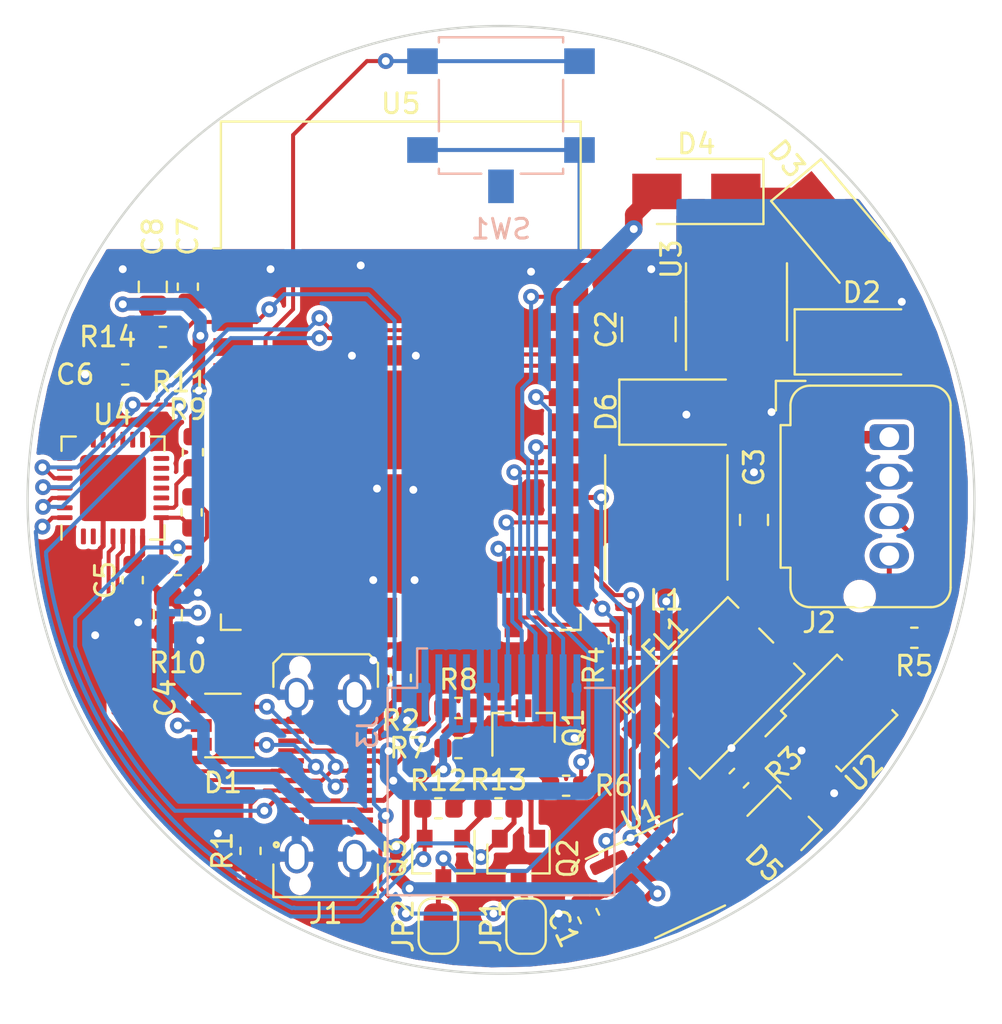
<source format=kicad_pcb>
(kicad_pcb (version 20171130) (host pcbnew 5.1.10-88a1d61d58~88~ubuntu20.04.1)
  (layers (0 F.Cu signal) (31 B.Cu signal) (34 B.Paste user) (35 F.Paste user) (36 B.SilkS user) (37 F.SilkS user) (38 B.Mask user) (39 F.Mask user) (44 Edge.Cuts user))
  (net 0 "")
  (net 1 GND)
  (net 2 +3V3)
  (net 3 /ESP32/EN)
  (net 4 /USB_D-)
  (net 5 /USB_D+)
  (net 6 /12V_IN)
  (net 7 /VBUS)
  (net 8 /USB_VBUS)
  (net 9 "Net-(D5-Pad2)")
  (net 10 "Net-(D5-Pad1)")
  (net 11 "Net-(D6-Pad1)")
  (net 12 /CANH)
  (net 13 /CANL)
  (net 14 /USB_CC2)
  (net 15 /USB_CC1)
  (net 16 /ESP32/LCD_RESET)
  (net 17 /ESP32/LCD_SDO)
  (net 18 /ESP32/LCD_SCL)
  (net 19 /LCD/CS)
  (net 20 /LCD/DC)
  (net 21 "Net-(J3-Pad2)")
  (net 22 /ESP32/IO0)
  (net 23 "Net-(Q1-Pad3)")
  (net 24 "Net-(Q1-Pad1)")
  (net 25 /ESP32/~RTS)
  (net 26 "Net-(Q2-Pad1)")
  (net 27 /ESP32/~DTR)
  (net 28 "Net-(Q3-Pad1)")
  (net 29 "Net-(R3-Pad1)")
  (net 30 "Net-(R4-Pad1)")
  (net 31 "Net-(R5-Pad2)")
  (net 32 /LCD/BACKLIGHT)
  (net 33 "Net-(R10-Pad2)")
  (net 34 "Net-(R11-Pad1)")
  (net 35 /ESP32/FRONT_BUTTON)
  (net 36 /ESP32/CANBUS_TX)
  (net 37 /ESP32/CANBUS_RX)
  (net 38 /ESP32/PROG_RX)
  (net 39 /ESP32/PROG_TXD)
  (net 40 /ESP32/CANBUS_TERM_EN)
  (module main-board-custom-footprints:SO-8_3.9x4.9mm_P1.27mm (layer F.Cu) (at 11.938 -10.033 90)
    (fp_text reference U3 (at 2.159 -3.302 90) (layer F.SilkS))
    (fp_text value AP1509-33SG-13)
    (pad 8 smd roundrect (at 2.575 -1.905 90) (size 1.75 0.6) (layers F.Cu F.Paste F.Mask) (net 1 GND))
    (pad 7 smd roundrect (at 2.575 -0.635 90) (size 1.75 0.6) (layers F.Cu F.Paste F.Mask) (net 1 GND))
    (pad 6 smd roundrect (at 2.575 0.635 90) (size 1.75 0.6) (layers F.Cu F.Paste F.Mask) (net 1 GND))
    (pad 5 smd roundrect (at 2.575 1.905 90) (size 1.75 0.6) (layers F.Cu F.Paste F.Mask) (net 1 GND))
    (pad 4 smd roundrect (at -2.575 1.905 90) (size 1.75 0.6) (layers F.Cu F.Paste F.Mask) (net 1 GND))
    (pad 3 smd roundrect (at -2.575 0.635 90) (size 1.75 0.6) (layers F.Cu F.Paste F.Mask))
    (pad 2 smd roundrect (at -2.575 -0.635 90) (size 1.75 0.6) (layers F.Cu F.Paste F.Mask) (net 11 "Net-(D6-Pad1)"))
    (pad 1 smd roundrect (at -2.575 -1.905 90) (size 1.75 0.6) (layers F.Cu F.Paste F.Mask) (net 7 /VBUS))
  )
  (module main-board-custom-footprints:JST_JWPF_B04B-JWPF-SK-R_1x04_P2.00mm_Vertical (layer F.Cu) (at 19.685 -3.175)
    (fp_text reference J2 (at -3.556 9.398 180) (layer F.SilkS))
    (fp_text value "JST JWPF")
    (pad "" np_thru_hole circle (at -1.5 8.05) (size 1.15 1.15) (drill 1.15) (layers *.Cu *.Mask))
    (pad 4 thru_hole oval (at 0 6) (size 2 1.3) (drill 1) (layers *.Cu *.Mask) (net 13 /CANL))
    (pad 3 thru_hole oval (at 0 4) (size 2 1.3) (drill 1) (layers *.Cu *.Mask) (net 12 /CANH))
    (pad 2 thru_hole oval (at 0 2) (size 2 1.3) (drill 1) (layers *.Cu *.Mask) (net 1 GND))
    (pad 1 thru_hole roundrect (at 0 0) (size 2 1.3) (drill 1) (layers *.Cu *.Mask) (roundrect_rratio 0.192308) (net 6 /12V_IN))
  )
  (module main-board-custom-footprints:L_Taiyo-Yuden_NR-60xx (layer F.Cu) (at 8.382 0.889 270)
    (fp_text reference L1 (at 4.191 0 180) (layer F.SilkS))
    (fp_text value 47uH)
    (pad 2 smd rect (at 2.35 0 270) (size 1.6 5.9) (layers F.Cu F.Paste F.Mask) (net 2 +3V3))
    (pad 1 smd rect (at -2.35 0 270) (size 1.6 5.9) (layers F.Cu F.Paste F.Mask) (net 11 "Net-(D6-Pad1)"))
  )
  (module main-board-custom-footprints:USB_C_Receptacle_JAE_DX07S024WJ3R400 (layer F.Cu) (at -8.89 13.97 90)
    (fp_text reference J1 (at -6.985 0 180) (layer F.SilkS))
    (fp_text value "USB-C Receptacle")
    (pad "" np_thru_hole circle (at 5.5 -1.3 90) (size 0.6 0.6) (drill 0.6) (layers *.Cu *.Mask))
    (pad S1 thru_hole oval (at 4.1 1.47 180) (size 1.2 1.7) (drill oval 0.8 1.3) (layers *.Cu *.Mask) (net 1 GND))
    (pad S1 thru_hole oval (at 4.1 -1.47 180) (size 1.2 1.7) (drill oval 0.8 1.3) (layers *.Cu *.Mask) (net 1 GND))
    (pad S1 thru_hole oval (at -4.1 1.47 180) (size 1.2 1.7) (drill oval 0.8 1.3) (layers *.Cu *.Mask) (net 1 GND))
    (pad B12 smd rect (at -2.75 1.75 90) (size 0.27 1.3) (layers F.Cu F.Paste F.Mask) (net 1 GND))
    (pad B11 smd rect (at -2.25 1.75 90) (size 0.27 1.3) (layers F.Cu F.Paste F.Mask))
    (pad B10 smd rect (at -1.75 1.75 90) (size 0.27 1.3) (layers F.Cu F.Paste F.Mask))
    (pad B9 smd rect (at -1.25 1.75 90) (size 0.27 1.3) (layers F.Cu F.Paste F.Mask) (net 8 /USB_VBUS))
    (pad B8 smd rect (at -0.75 1.75 90) (size 0.27 1.3) (layers F.Cu F.Paste F.Mask))
    (pad B7 smd rect (at -0.25 1.75 90) (size 0.27 1.3) (layers F.Cu F.Paste F.Mask) (net 4 /USB_D-))
    (pad B6 smd rect (at 0.25 1.75 90) (size 0.27 1.3) (layers F.Cu F.Paste F.Mask) (net 5 /USB_D+))
    (pad B5 smd rect (at 0.75 1.75 90) (size 0.27 1.3) (layers F.Cu F.Paste F.Mask) (net 14 /USB_CC2))
    (pad B4 smd rect (at 1.25 1.75 90) (size 0.27 1.3) (layers F.Cu F.Paste F.Mask) (net 8 /USB_VBUS))
    (pad B3 smd rect (at 1.75 1.75 90) (size 0.27 1.3) (layers F.Cu F.Paste F.Mask))
    (pad B2 smd rect (at 2.25 1.75 90) (size 0.27 1.3) (layers F.Cu F.Paste F.Mask))
    (pad "" np_thru_hole circle (at -5.5 -1.3 90) (size 0.6 0.6) (drill 0.6) (layers *.Cu *.Mask))
    (pad B1 smd rect (at 2.75 1.75 90) (size 0.27 1.3) (layers F.Cu F.Paste F.Mask) (net 1 GND))
    (pad A11 smd rect (at 2.25 -1.75 90) (size 0.27 1.3) (layers F.Cu F.Paste F.Mask))
    (pad A8 smd rect (at 0.75 -1.75 90) (size 0.27 1.3) (layers F.Cu F.Paste F.Mask))
    (pad A9 smd rect (at 1.25 -1.75 90) (size 0.27 1.3) (layers F.Cu F.Paste F.Mask) (net 8 /USB_VBUS))
    (pad A10 smd rect (at 1.75 -1.75 90) (size 0.27 1.3) (layers F.Cu F.Paste F.Mask))
    (pad A12 smd rect (at 2.75 -1.75 90) (size 0.27 1.3) (layers F.Cu F.Paste F.Mask) (net 1 GND))
    (pad A7 smd rect (at 0.25 -1.75 90) (size 0.27 1.3) (layers F.Cu F.Paste F.Mask) (net 4 /USB_D-))
    (pad A6 smd rect (at -0.25 -1.75 90) (size 0.27 1.3) (layers F.Cu F.Paste F.Mask) (net 5 /USB_D+))
    (pad A5 smd rect (at -0.75 -1.75 90) (size 0.27 1.3) (layers F.Cu F.Paste F.Mask) (net 15 /USB_CC1))
    (pad A4 smd rect (at -1.25 -1.75 90) (size 0.27 1.3) (layers F.Cu F.Paste F.Mask) (net 8 /USB_VBUS))
    (pad A3 smd rect (at -1.75 -1.75 90) (size 0.27 1.3) (layers F.Cu F.Paste F.Mask))
    (pad A2 smd rect (at -2.25 -1.75 90) (size 0.27 1.3) (layers F.Cu F.Paste F.Mask))
    (pad A1 smd rect (at -2.75 -1.75 90) (size 0.27 1.3) (layers F.Cu F.Paste F.Mask) (net 1 GND))
    (pad S1 thru_hole oval (at -4.1 -1.47 180) (size 1.2 1.7) (drill oval 0.8 1.3) (layers *.Cu *.Mask) (net 1 GND))
  )
  (module RF_Module:ESP32-WROOM-32 (layer F.Cu) (at -5.08 -3.295)
    (fp_text reference U5 (at 0 -16.771 180) (layer F.SilkS))
    (fp_text value ESP32-WROOM-32)
    (pad 38 smd rect (at 8.5 -8.255) (size 2 0.9) (layers F.Cu F.Paste F.Mask) (net 1 GND))
    (pad 37 smd rect (at 8.5 -6.985) (size 2 0.9) (layers F.Cu F.Paste F.Mask) (net 17 /ESP32/LCD_SDO))
    (pad 36 smd rect (at 8.5 -5.715) (size 2 0.9) (layers F.Cu F.Paste F.Mask))
    (pad 35 smd rect (at 8.5 -4.445) (size 2 0.9) (layers F.Cu F.Paste F.Mask) (net 39 /ESP32/PROG_TXD))
    (pad 34 smd rect (at 8.5 -3.175) (size 2 0.9) (layers F.Cu F.Paste F.Mask) (net 38 /ESP32/PROG_RX))
    (pad 33 smd rect (at 8.5 -1.905) (size 2 0.9) (layers F.Cu F.Paste F.Mask) (net 32 /LCD/BACKLIGHT))
    (pad 32 smd rect (at 8.5 -0.635) (size 2 0.9) (layers F.Cu F.Paste F.Mask))
    (pad 31 smd rect (at 8.5 0.635) (size 2 0.9) (layers F.Cu F.Paste F.Mask) (net 16 /ESP32/LCD_RESET))
    (pad 30 smd rect (at 8.5 1.905) (size 2 0.9) (layers F.Cu F.Paste F.Mask) (net 18 /ESP32/LCD_SCL))
    (pad 29 smd rect (at 8.5 3.175) (size 2 0.9) (layers F.Cu F.Paste F.Mask) (net 37 /ESP32/CANBUS_RX))
    (pad 28 smd rect (at 8.5 4.445) (size 2 0.9) (layers F.Cu F.Paste F.Mask) (net 19 /LCD/CS))
    (pad 27 smd rect (at 8.5 5.715) (size 2 0.9) (layers F.Cu F.Paste F.Mask) (net 20 /LCD/DC))
    (pad 26 smd rect (at 8.5 6.985) (size 2 0.9) (layers F.Cu F.Paste F.Mask) (net 36 /ESP32/CANBUS_TX))
    (pad 25 smd rect (at 8.5 8.255) (size 2 0.9) (layers F.Cu F.Paste F.Mask) (net 22 /ESP32/IO0))
    (pad 24 smd rect (at 5.715 9.255 90) (size 2 0.9) (layers F.Cu F.Paste F.Mask) (net 40 /ESP32/CANBUS_TERM_EN))
    (pad 23 smd rect (at 4.445 9.255 90) (size 2 0.9) (layers F.Cu F.Paste F.Mask))
    (pad 22 smd rect (at 3.175 9.255 90) (size 2 0.9) (layers F.Cu F.Paste F.Mask))
    (pad 21 smd rect (at 1.905 9.255 90) (size 2 0.9) (layers F.Cu F.Paste F.Mask))
    (pad 20 smd rect (at 0.635 9.255 90) (size 2 0.9) (layers F.Cu F.Paste F.Mask))
    (pad 19 smd rect (at -0.635 9.255 90) (size 2 0.9) (layers F.Cu F.Paste F.Mask))
    (pad 18 smd rect (at -1.905 9.255 90) (size 2 0.9) (layers F.Cu F.Paste F.Mask))
    (pad 17 smd rect (at -3.175 9.255 90) (size 2 0.9) (layers F.Cu F.Paste F.Mask))
    (pad 16 smd rect (at -4.445 9.255 90) (size 2 0.9) (layers F.Cu F.Paste F.Mask))
    (pad 15 smd rect (at -5.715 9.255 90) (size 2 0.9) (layers F.Cu F.Paste F.Mask) (net 1 GND))
    (pad 14 smd rect (at -8.5 8.255) (size 2 0.9) (layers F.Cu F.Paste F.Mask))
    (pad 13 smd rect (at -8.5 6.985) (size 2 0.9) (layers F.Cu F.Paste F.Mask))
    (pad 12 smd rect (at -8.5 5.715) (size 2 0.9) (layers F.Cu F.Paste F.Mask) (net 35 /ESP32/FRONT_BUTTON))
    (pad 11 smd rect (at -8.5 4.445) (size 2 0.9) (layers F.Cu F.Paste F.Mask))
    (pad 10 smd rect (at -8.5 3.175) (size 2 0.9) (layers F.Cu F.Paste F.Mask))
    (pad 9 smd rect (at -8.5 1.905) (size 2 0.9) (layers F.Cu F.Paste F.Mask))
    (pad 8 smd rect (at -8.5 0.635) (size 2 0.9) (layers F.Cu F.Paste F.Mask))
    (pad 7 smd rect (at -8.5 -0.635) (size 2 0.9) (layers F.Cu F.Paste F.Mask))
    (pad 6 smd rect (at -8.5 -1.905) (size 2 0.9) (layers F.Cu F.Paste F.Mask))
    (pad 5 smd rect (at -8.5 -3.175) (size 2 0.9) (layers F.Cu F.Paste F.Mask))
    (pad 4 smd rect (at -8.5 -4.445) (size 2 0.9) (layers F.Cu F.Paste F.Mask))
    (pad 3 smd rect (at -8.5 -5.715) (size 2 0.9) (layers F.Cu F.Paste F.Mask) (net 3 /ESP32/EN))
    (pad 2 smd rect (at -8.5 -6.985) (size 2 0.9) (layers F.Cu F.Paste F.Mask) (net 2 +3V3))
    (pad 1 smd rect (at -8.5 -8.255) (size 2 0.9) (layers F.Cu F.Paste F.Mask) (net 1 GND))
    (pad 39 smd rect (at -1 -0.755) (size 5 5) (layers F.Cu F.Paste F.Mask) (net 1 GND))
  )
  (module Package_DFN_QFN:QFN-28-1EP_5x5mm_P0.5mm_EP3.35x3.35mm (layer F.Cu) (at -19.671 -0.597 90)
    (fp_text reference U4 (at 3.721 -0.014 180) (layer F.SilkS))
    (fp_text value CP2102N-A01-GQFN28)
    (pad 28 smd roundrect (at -1.5 -2.45 90) (size 0.25 0.8) (layers F.Cu F.Paste F.Mask) (net 27 /ESP32/~DTR))
    (pad 27 smd roundrect (at -1 -2.45 90) (size 0.25 0.8) (layers F.Cu F.Paste F.Mask))
    (pad 26 smd roundrect (at -0.5 -2.45 90) (size 0.25 0.8) (layers F.Cu F.Paste F.Mask) (net 38 /ESP32/PROG_RX))
    (pad 25 smd roundrect (at 0 -2.45 90) (size 0.25 0.8) (layers F.Cu F.Paste F.Mask) (net 39 /ESP32/PROG_TXD))
    (pad 24 smd roundrect (at 0.5 -2.45 90) (size 0.25 0.8) (layers F.Cu F.Paste F.Mask) (net 25 /ESP32/~RTS))
    (pad 23 smd roundrect (at 1 -2.45 90) (size 0.25 0.8) (layers F.Cu F.Paste F.Mask))
    (pad 22 smd roundrect (at 1.5 -2.45 90) (size 0.25 0.8) (layers F.Cu F.Paste F.Mask))
    (pad 21 smd roundrect (at 2.45 -1.5 90) (size 0.8 0.25) (layers F.Cu F.Paste F.Mask))
    (pad 20 smd roundrect (at 2.45 -1 90) (size 0.8 0.25) (layers F.Cu F.Paste F.Mask))
    (pad 19 smd roundrect (at 2.45 -0.5 90) (size 0.8 0.25) (layers F.Cu F.Paste F.Mask))
    (pad 18 smd roundrect (at 2.45 0 90) (size 0.8 0.25) (layers F.Cu F.Paste F.Mask))
    (pad 17 smd roundrect (at 2.45 0.5 90) (size 0.8 0.25) (layers F.Cu F.Paste F.Mask))
    (pad 16 smd roundrect (at 2.45 1 90) (size 0.8 0.25) (layers F.Cu F.Paste F.Mask))
    (pad 15 smd roundrect (at 2.45 1.5 90) (size 0.8 0.25) (layers F.Cu F.Paste F.Mask))
    (pad 14 smd roundrect (at 1.5 2.45 90) (size 0.25 0.8) (layers F.Cu F.Paste F.Mask))
    (pad 13 smd roundrect (at 1 2.45 90) (size 0.25 0.8) (layers F.Cu F.Paste F.Mask))
    (pad 12 smd roundrect (at 0.5 2.45 90) (size 0.25 0.8) (layers F.Cu F.Paste F.Mask))
    (pad 11 smd roundrect (at 0 2.45 90) (size 0.25 0.8) (layers F.Cu F.Paste F.Mask))
    (pad 10 smd roundrect (at -0.5 2.45 90) (size 0.25 0.8) (layers F.Cu F.Paste F.Mask))
    (pad 9 smd roundrect (at -1 2.45 90) (size 0.25 0.8) (layers F.Cu F.Paste F.Mask) (net 34 "Net-(R11-Pad1)"))
    (pad 8 smd roundrect (at -1.5 2.45 90) (size 0.25 0.8) (layers F.Cu F.Paste F.Mask) (net 33 "Net-(R10-Pad2)"))
    (pad 7 smd roundrect (at -2.45 1.5 90) (size 0.8 0.25) (layers F.Cu F.Paste F.Mask) (net 2 +3V3))
    (pad 6 smd roundrect (at -2.45 1 90) (size 0.8 0.25) (layers F.Cu F.Paste F.Mask) (net 2 +3V3))
    (pad 5 smd roundrect (at -2.45 0.5 90) (size 0.8 0.25) (layers F.Cu F.Paste F.Mask) (net 4 /USB_D-))
    (pad 4 smd roundrect (at -2.45 0 90) (size 0.8 0.25) (layers F.Cu F.Paste F.Mask) (net 5 /USB_D+))
    (pad 3 smd roundrect (at -2.45 -0.5 90) (size 0.8 0.25) (layers F.Cu F.Paste F.Mask) (net 1 GND))
    (pad 2 smd roundrect (at -2.45 -1 90) (size 0.8 0.25) (layers F.Cu F.Paste F.Mask))
    (pad 1 smd roundrect (at -2.45 -1.5 90) (size 0.8 0.25) (layers F.Cu F.Paste F.Mask))
    (pad 29 smd roundrect (at 0 0 90) (size 3.35 3.35) (layers F.Cu F.Mask) (roundrect_rratio 0.074627) (net 1 GND))
  )
  (module Package_SO:SOP-4_3.8x4.1mm_P2.54mm (layer F.Cu) (at 17.145 10.795 45)
    (fp_text reference U2 (at -1.257236 3.053287 45) (layer F.SilkS))
    (fp_text value CPC1017N)
    (pad 4 smd roundrect (at 2.75 -1.27 45) (size 1.45 0.55) (layers F.Cu F.Paste F.Mask) (net 13 /CANL))
    (pad 3 smd roundrect (at 2.75 1.27 45) (size 1.45 0.55) (layers F.Cu F.Paste F.Mask) (net 31 "Net-(R5-Pad2)"))
    (pad 2 smd roundrect (at -2.75 1.27 45) (size 1.45 0.55) (layers F.Cu F.Paste F.Mask) (net 1 GND))
    (pad 1 smd roundrect (at -2.75 -1.27 45) (size 1.45 0.55) (layers F.Cu F.Paste F.Mask) (net 30 "Net-(R4-Pad1)"))
  )
  (module Package_SO:SOIC-8_3.9x4.9mm_P1.27mm (layer F.Cu) (at 8.509 19.05 25)
    (fp_text reference U1 (at 0 -3.4 25) (layer F.SilkS))
    (fp_text value SN65HVD230)
    (pad 8 smd roundrect (at 2.475 -1.905 25) (size 1.95 0.6) (layers F.Cu F.Paste F.Mask) (net 29 "Net-(R3-Pad1)"))
    (pad 7 smd roundrect (at 2.475 -0.635 25) (size 1.95 0.6) (layers F.Cu F.Paste F.Mask) (net 9 "Net-(D5-Pad2)"))
    (pad 6 smd roundrect (at 2.475 0.635 25) (size 1.95 0.6) (layers F.Cu F.Paste F.Mask) (net 10 "Net-(D5-Pad1)"))
    (pad 5 smd roundrect (at 2.475 1.905 25) (size 1.95 0.6) (layers F.Cu F.Paste F.Mask))
    (pad 4 smd roundrect (at -2.475 1.905 25) (size 1.95 0.6) (layers F.Cu F.Paste F.Mask) (net 36 /ESP32/CANBUS_TX))
    (pad 3 smd roundrect (at -2.475 0.635 25) (size 1.95 0.6) (layers F.Cu F.Paste F.Mask) (net 2 +3V3))
    (pad 2 smd roundrect (at -2.475 -0.635 25) (size 1.95 0.6) (layers F.Cu F.Paste F.Mask) (net 1 GND))
    (pad 1 smd roundrect (at -2.475 -1.905 25) (size 1.95 0.6) (layers F.Cu F.Paste F.Mask) (net 37 /ESP32/CANBUS_RX))
  )
  (module Button_Switch_SMD:SW_SPST_B3S-1100 (layer B.Cu) (at 0 -19.05 180)
    (fp_text reference SW1 (at 0 -5.334) (layer B.SilkS) (effects (justify mirror)))
    (fp_text value FRONT_BUTTON)
    (pad 3 smd rect (at 0 -3.17 180) (size 1.3 1.7) (layers B.Cu B.Paste B.Mask))
    (pad 2 smd rect (at 3.98 -1.33 180) (size 1.55 1.3) (layers B.Cu B.Paste B.Mask) (net 1 GND))
    (pad 2 smd rect (at -3.98 -1.33 180) (size 1.55 1.3) (layers B.Cu B.Paste B.Mask) (net 1 GND))
    (pad 1 smd rect (at 3.98 3.17 180) (size 1.55 1.3) (layers B.Cu B.Paste B.Mask) (net 35 /ESP32/FRONT_BUTTON))
    (pad 1 smd rect (at -3.98 3.17 180) (size 1.55 1.3) (layers B.Cu B.Paste B.Mask) (net 35 /ESP32/FRONT_BUTTON))
  )
  (module Resistor_SMD:R_0603_1608Metric (layer F.Cu) (at -17.145 -8.255)
    (fp_text reference R14 (at -2.794 0) (layer F.SilkS))
    (fp_text value 10k)
    (pad 2 smd roundrect (at 0.7875 0) (size 0.875 0.95) (layers F.Cu F.Paste F.Mask) (net 3 /ESP32/EN))
    (pad 1 smd roundrect (at -0.7875 0) (size 0.875 0.95) (layers F.Cu F.Paste F.Mask) (net 2 +3V3))
  )
  (module Resistor_SMD:R_0603_1608Metric (layer F.Cu) (at -0.127 15.621)
    (fp_text reference R13 (at 0 -1.43) (layer F.SilkS))
    (fp_text value 10k)
    (pad 2 smd roundrect (at 0.7875 0) (size 0.875 0.95) (layers F.Cu F.Paste F.Mask) (net 25 /ESP32/~RTS))
    (pad 1 smd roundrect (at -0.7875 0) (size 0.875 0.95) (layers F.Cu F.Paste F.Mask) (net 28 "Net-(Q3-Pad1)"))
  )
  (module Resistor_SMD:R_0603_1608Metric (layer F.Cu) (at -3.175 15.621 180)
    (fp_text reference R12 (at 0 1.397) (layer F.SilkS))
    (fp_text value 10k)
    (pad 2 smd roundrect (at 0.7875 0 180) (size 0.875 0.95) (layers F.Cu F.Paste F.Mask) (net 27 /ESP32/~DTR))
    (pad 1 smd roundrect (at -0.7875 0 180) (size 0.875 0.95) (layers F.Cu F.Paste F.Mask) (net 26 "Net-(Q2-Pad1)"))
  )
  (module Resistor_SMD:R_0603_1608Metric (layer F.Cu) (at -15.621 -2.413 90)
    (fp_text reference R11 (at 3.556 -0.635 180) (layer F.SilkS))
    (fp_text value 2k)
    (pad 2 smd roundrect (at 0.7875 0 90) (size 0.875 0.95) (layers F.Cu F.Paste F.Mask) (net 2 +3V3))
    (pad 1 smd roundrect (at -0.7875 0 90) (size 0.875 0.95) (layers F.Cu F.Paste F.Mask) (net 34 "Net-(R11-Pad1)"))
  )
  (module Resistor_SMD:R_0603_1608Metric (layer F.Cu) (at -16.383 3.302 180)
    (fp_text reference R10 (at 0 -4.953) (layer F.SilkS))
    (fp_text value 47.5k)
    (pad 2 smd roundrect (at 0.7875 0 180) (size 0.875 0.95) (layers F.Cu F.Paste F.Mask) (net 33 "Net-(R10-Pad2)"))
    (pad 1 smd roundrect (at -0.7875 0 180) (size 0.875 0.95) (layers F.Cu F.Paste F.Mask) (net 1 GND))
  )
  (module Resistor_SMD:R_0603_1608Metric (layer F.Cu) (at -15.6845 0.635 90)
    (fp_text reference R9 (at 5.207 -0.1905 180) (layer F.SilkS))
    (fp_text value 22.1k)
    (pad 2 smd roundrect (at 0.7875 0 90) (size 0.875 0.95) (layers F.Cu F.Paste F.Mask) (net 8 /USB_VBUS))
    (pad 1 smd roundrect (at -0.7875 0 90) (size 0.875 0.95) (layers F.Cu F.Paste F.Mask) (net 33 "Net-(R10-Pad2)"))
  )
  (module Resistor_SMD:R_0603_1608Metric (layer F.Cu) (at -2.159 10.541)
    (fp_text reference R8 (at 0 -1.43) (layer F.SilkS))
    (fp_text value 10R)
    (pad 2 smd roundrect (at 0.7875 0) (size 0.875 0.95) (layers F.Cu F.Paste F.Mask) (net 23 "Net-(Q1-Pad3)"))
    (pad 1 smd roundrect (at -0.7875 0) (size 0.875 0.95) (layers F.Cu F.Paste F.Mask) (net 21 "Net-(J3-Pad2)"))
  )
  (module Resistor_SMD:R_0603_1608Metric (layer F.Cu) (at -2.159 12.573 180)
    (fp_text reference R7 (at 2.54 0) (layer F.SilkS))
    (fp_text value 10k)
    (pad 2 smd roundrect (at 0.7875 0 180) (size 0.875 0.95) (layers F.Cu F.Paste F.Mask) (net 2 +3V3))
    (pad 1 smd roundrect (at -0.7875 0 180) (size 0.875 0.95) (layers F.Cu F.Paste F.Mask) (net 24 "Net-(Q1-Pad1)"))
  )
  (module Resistor_SMD:R_0603_1608Metric (layer F.Cu) (at 3.302 14.478)
    (fp_text reference R6 (at 2.413 0) (layer F.SilkS))
    (fp_text value 1k)
    (pad 2 smd roundrect (at 0.7875 0) (size 0.875 0.95) (layers F.Cu F.Paste F.Mask) (net 32 /LCD/BACKLIGHT))
    (pad 1 smd roundrect (at -0.7875 0) (size 0.875 0.95) (layers F.Cu F.Paste F.Mask) (net 24 "Net-(Q1-Pad1)"))
  )
  (module Resistor_SMD:R_0603_1608Metric (layer F.Cu) (at 20.955 6.985 180)
    (fp_text reference R5 (at 0 -1.43) (layer F.SilkS))
    (fp_text value 120R)
    (pad 2 smd roundrect (at 0.7875 0 180) (size 0.875 0.95) (layers F.Cu F.Paste F.Mask) (net 31 "Net-(R5-Pad2)"))
    (pad 1 smd roundrect (at -0.7875 0 180) (size 0.875 0.95) (layers F.Cu F.Paste F.Mask) (net 12 /CANH))
  )
  (module Resistor_SMD:R_0603_1608Metric (layer F.Cu) (at 5.969 7.112 90)
    (fp_text reference R4 (at -1.27 -1.27 270) (layer F.SilkS))
    (fp_text value 400R)
    (pad 2 smd roundrect (at 0.7875 0 90) (size 0.875 0.95) (layers F.Cu F.Paste F.Mask) (net 40 /ESP32/CANBUS_TERM_EN))
    (pad 1 smd roundrect (at -0.7875 0 90) (size 0.875 0.95) (layers F.Cu F.Paste F.Mask) (net 30 "Net-(R4-Pad1)"))
  )
  (module Resistor_SMD:R_0603_1608Metric (layer F.Cu) (at 12.065 14.097 45)
    (fp_text reference R3 (at 2.065459 1.167433 45) (layer F.SilkS))
    (fp_text value 10k)
    (pad 2 smd roundrect (at 0.7875 0 45) (size 0.875 0.95) (layers F.Cu F.Paste F.Mask) (net 1 GND))
    (pad 1 smd roundrect (at -0.7875 0 45) (size 0.875 0.95) (layers F.Cu F.Paste F.Mask) (net 29 "Net-(R3-Pad1)"))
  )
  (module Resistor_SMD:R_0603_1608Metric (layer F.Cu) (at -5.08 9.017 270)
    (fp_text reference R2 (at 2.159 0 180) (layer F.SilkS))
    (fp_text value 5.1k)
    (pad 2 smd roundrect (at 0.7875 0 270) (size 0.875 0.95) (layers F.Cu F.Paste F.Mask) (net 14 /USB_CC2))
    (pad 1 smd roundrect (at -0.7875 0 270) (size 0.875 0.95) (layers F.Cu F.Paste F.Mask) (net 1 GND))
  )
  (module Resistor_SMD:R_0603_1608Metric (layer F.Cu) (at -12.7 17.78 90)
    (fp_text reference R1 (at 0 -1.43 90) (layer F.SilkS))
    (fp_text value 5.1k)
    (pad 1 smd roundrect (at -0.7875 0 90) (size 0.875 0.95) (layers F.Cu F.Paste F.Mask) (net 1 GND))
    (pad 2 smd roundrect (at 0.7875 0 90) (size 0.875 0.95) (layers F.Cu F.Paste F.Mask) (net 15 /USB_CC1))
  )
  (module Package_TO_SOT_SMD:SOT-23 (layer F.Cu) (at -2.921 18.161 270)
    (fp_text reference Q3 (at 0 2.413 90) (layer F.SilkS))
    (fp_text value SS8050-G)
    (pad 3 smd rect (at 1 0 270) (size 0.9 0.8) (layers F.Cu F.Paste F.Mask) (net 22 /ESP32/IO0))
    (pad 2 smd rect (at -1 0.95 270) (size 0.9 0.8) (layers F.Cu F.Paste F.Mask) (net 27 /ESP32/~DTR))
    (pad 1 smd rect (at -1 -0.95 270) (size 0.9 0.8) (layers F.Cu F.Paste F.Mask) (net 28 "Net-(Q3-Pad1)"))
  )
  (module Package_TO_SOT_SMD:SOT-23 (layer F.Cu) (at 0.889 18.161 270)
    (fp_text reference Q2 (at 0 -2.5 90) (layer F.SilkS))
    (fp_text value SS8050-G)
    (pad 3 smd rect (at 1 0 270) (size 0.9 0.8) (layers F.Cu F.Paste F.Mask) (net 3 /ESP32/EN))
    (pad 2 smd rect (at -1 0.95 270) (size 0.9 0.8) (layers F.Cu F.Paste F.Mask) (net 25 /ESP32/~RTS))
    (pad 1 smd rect (at -1 -0.95 270) (size 0.9 0.8) (layers F.Cu F.Paste F.Mask) (net 26 "Net-(Q2-Pad1)"))
  )
  (module Package_TO_SOT_SMD:SOT-23 (layer F.Cu) (at 1.143 11.557 90)
    (fp_text reference Q1 (at 0 2.54 90) (layer F.SilkS))
    (fp_text value SS8050-G)
    (pad 3 smd rect (at 1 0 90) (size 0.9 0.8) (layers F.Cu F.Paste F.Mask) (net 23 "Net-(Q1-Pad3)"))
    (pad 2 smd rect (at -1 0.95 90) (size 0.9 0.8) (layers F.Cu F.Paste F.Mask) (net 1 GND))
    (pad 1 smd rect (at -1 -0.95 90) (size 0.9 0.8) (layers F.Cu F.Paste F.Mask) (net 24 "Net-(Q1-Pad1)"))
  )
  (module Jumper:SolderJumper-2_P1.3mm_Open_RoundedPad1.0x1.5mm (layer F.Cu) (at -3.175 21.59 270)
    (fp_text reference JP2 (at 0 1.778 90) (layer F.SilkS))
    (fp_text value "BOOT jumper")
    (pad 2 smd custom (at 0.65 0 270) (size 1 0.5) (layers F.Cu F.Mask) (net 1 GND) (options (clearance outline) (anchor rect)) (primitives (gr_circle (center 0 0.25) (end 0.5 0.25) (width 0)) (gr_circle (center 0 -0.25) (end 0.5 -0.25) (width 0)) (gr_poly (pts (xy 0 -0.75) (xy -0.5 -0.75) (xy -0.5 0.75) (xy 0 0.75)) (width 0))))
    (pad 1 smd custom (at -0.65 0 270) (size 1 0.5) (layers F.Cu F.Mask) (net 22 /ESP32/IO0) (options (clearance outline) (anchor rect)) (primitives (gr_circle (center 0 0.25) (end 0.5 0.25) (width 0)) (gr_circle (center 0 -0.25) (end 0.5 -0.25) (width 0)) (gr_poly (pts (xy 0 -0.75) (xy 0.5 -0.75) (xy 0.5 0.75) (xy 0 0.75)) (width 0))))
  )
  (module Jumper:SolderJumper-2_P1.3mm_Open_RoundedPad1.0x1.5mm (layer F.Cu) (at 1.27 21.59 90)
    (fp_text reference JP1 (at 0 -1.778 90) (layer F.SilkS))
    (fp_text value "EN jumper")
    (pad 2 smd custom (at 0.65 0 90) (size 1 0.5) (layers F.Cu F.Mask) (net 3 /ESP32/EN) (options (clearance outline) (anchor rect)) (primitives (gr_circle (center 0 0.25) (end 0.5 0.25) (width 0)) (gr_circle (center 0 -0.25) (end 0.5 -0.25) (width 0)) (gr_poly (pts (xy 0 -0.75) (xy -0.5 -0.75) (xy -0.5 0.75) (xy 0 0.75)) (width 0))))
    (pad 1 smd custom (at -0.65 0 90) (size 1 0.5) (layers F.Cu F.Mask) (net 1 GND) (options (clearance outline) (anchor rect)) (primitives (gr_circle (center 0 0.25) (end 0.5 0.25) (width 0)) (gr_circle (center 0 -0.25) (end 0.5 -0.25) (width 0)) (gr_poly (pts (xy 0 -0.75) (xy 0.5 -0.75) (xy 0.5 0.75) (xy 0 0.75)) (width 0))))
  )
  (module main-board-custom-footprints:LCD_ROUND_IPS_ER-TFT1.28-1 (layer B.Cu) (at 0 9.525 180)
    (fp_text reference J3 (at 6.75 -2.25 90) (layer B.SilkS) (effects (justify mirror)))
    (fp_text value LCD_FFC_SOLDER)
    (pad 12 smd rect (at -3.85 0) (size 0.35 3.4) (layers B.Cu B.Paste B.Mask) (net 1 GND))
    (pad 11 smd rect (at -3.15 0) (size 0.35 3.4) (layers B.Cu B.Paste B.Mask) (net 16 /ESP32/LCD_RESET))
    (pad 10 smd rect (at -2.45 0) (size 0.35 3.4) (layers B.Cu B.Paste B.Mask) (net 17 /ESP32/LCD_SDO))
    (pad 9 smd rect (at -1.75 0) (size 0.35 3.4) (layers B.Cu B.Paste B.Mask) (net 18 /ESP32/LCD_SCL))
    (pad 8 smd rect (at -1.05 0) (size 0.35 3.4) (layers B.Cu B.Paste B.Mask) (net 19 /LCD/CS))
    (pad 7 smd rect (at -0.35 0) (size 0.35 3.4) (layers B.Cu B.Paste B.Mask) (net 20 /LCD/DC))
    (pad 6 smd rect (at 0.35 0) (size 0.35 3.4) (layers B.Cu B.Paste B.Mask) (net 1 GND))
    (pad 5 smd rect (at 1.05 0) (size 0.35 3.4) (layers B.Cu B.Paste B.Mask) (net 1 GND))
    (pad 4 smd rect (at 1.75 0) (size 0.35 3.4) (layers B.Cu B.Paste B.Mask) (net 2 +3V3))
    (pad 3 smd rect (at 2.45 0) (size 0.35 3.4) (layers B.Cu B.Paste B.Mask) (net 2 +3V3))
    (pad 2 smd rect (at 3.15 0) (size 0.35 3.4) (layers B.Cu B.Paste B.Mask) (net 21 "Net-(J3-Pad2)"))
    (pad 1 smd rect (at 3.85 0) (size 0.35 3.4) (layers B.Cu B.Paste B.Mask) (net 1 GND))
  )
  (module main-board-custom-footprints:COMMON_MODE_CHOKE_BOURNS_DR331 (layer F.Cu) (at 10.795 9.525 45)
    (fp_text reference FL1 (at 0 -3.5 45) (layer F.SilkS))
    (fp_text value EMI_Filter_CommonMode)
    (pad 3 smd rect (at 3.7 1.25 45) (size 2.2 1.2) (layers F.Cu F.Paste F.Mask) (net 12 /CANH))
    (pad 1 smd rect (at -3.7 -1.25 225) (size 2.2 1.2) (layers F.Cu F.Paste F.Mask) (net 10 "Net-(D5-Pad1)"))
    (pad 2 smd rect (at -3.7 1.25 225) (size 2.2 1.2) (layers F.Cu F.Paste F.Mask) (net 9 "Net-(D5-Pad2)"))
    (pad 4 smd rect (at 3.7 -1.25 45) (size 2.2 1.2) (layers F.Cu F.Paste F.Mask) (net 13 /CANL))
  )
  (module Diode_SMD:D_SMA (layer F.Cu) (at 9.398 -4.445)
    (fp_text reference D6 (at -4.064 0 90) (layer F.SilkS))
    (fp_text value "30V 1A")
    (pad 2 smd rect (at 2 0) (size 2.5 1.8) (layers F.Cu F.Paste F.Mask) (net 1 GND))
    (pad 1 smd rect (at -2 0) (size 2.5 1.8) (layers F.Cu F.Paste F.Mask) (net 11 "Net-(D6-Pad1)"))
  )
  (module Package_TO_SOT_SMD:SOT-23 (layer F.Cu) (at 14.605 16.129 45)
    (fp_text reference D5 (at -2.514472 0.71842 135) (layer F.SilkS))
    (fp_text value NUP2105L)
    (pad 3 smd rect (at 1 0 45) (size 0.9 0.8) (layers F.Cu F.Paste F.Mask) (net 1 GND))
    (pad 2 smd rect (at -1 0.95 45) (size 0.9 0.8) (layers F.Cu F.Paste F.Mask) (net 9 "Net-(D5-Pad2)"))
    (pad 1 smd rect (at -1 -0.95 45) (size 0.9 0.8) (layers F.Cu F.Paste F.Mask) (net 10 "Net-(D5-Pad1)"))
  )
  (module Diode_SMD:D_SMA (layer F.Cu) (at 9.906 -15.621 180)
    (fp_text reference D4 (at 0 2.413) (layer F.SilkS))
    (fp_text value "30V 1A")
    (pad 2 smd rect (at 2 0 180) (size 2.5 1.8) (layers F.Cu F.Paste F.Mask) (net 8 /USB_VBUS))
    (pad 1 smd rect (at -2 0 180) (size 2.5 1.8) (layers F.Cu F.Paste F.Mask) (net 7 /VBUS))
  )
  (module Diode_SMD:D_SMA (layer F.Cu) (at 17.145 -13.589 310)
    (fp_text reference D3 (at -4.535656 -0.324346 130) (layer F.SilkS))
    (fp_text value "30V 1A")
    (pad 2 smd rect (at 2 0 310) (size 2.5 1.8) (layers F.Cu F.Paste F.Mask) (net 6 /12V_IN))
    (pad 1 smd rect (at -2 0 310) (size 2.5 1.8) (layers F.Cu F.Paste F.Mask) (net 7 /VBUS))
  )
  (module Diode_SMD:D_SMA (layer F.Cu) (at 18.288 -8.001)
    (fp_text reference D2 (at 0 -2.5) (layer F.SilkS))
    (fp_text value 824501131)
    (pad 2 smd rect (at 2 0) (size 2.5 1.8) (layers F.Cu F.Paste F.Mask) (net 1 GND))
    (pad 1 smd rect (at -2 0) (size 2.5 1.8) (layers F.Cu F.Paste F.Mask) (net 6 /12V_IN))
  )
  (module Package_TO_SOT_SMD:SOT-23-6 (layer F.Cu) (at -14.097 11.43 180)
    (fp_text reference D1 (at 0 -2.9) (layer F.SilkS))
    (fp_text value CM1293A-04SO)
    (pad 5 smd rect (at 1.1 0 180) (size 1.06 0.65) (layers F.Cu F.Paste F.Mask) (net 2 +3V3))
    (pad 6 smd rect (at 1.1 -0.95 180) (size 1.06 0.65) (layers F.Cu F.Paste F.Mask))
    (pad 4 smd rect (at 1.1 0.95 180) (size 1.06 0.65) (layers F.Cu F.Paste F.Mask))
    (pad 3 smd rect (at -1.1 0.95 180) (size 1.06 0.65) (layers F.Cu F.Paste F.Mask) (net 5 /USB_D+))
    (pad 2 smd rect (at -1.1 0 180) (size 1.06 0.65) (layers F.Cu F.Paste F.Mask) (net 1 GND))
    (pad 1 smd rect (at -1.1 -0.95 180) (size 1.06 0.65) (layers F.Cu F.Paste F.Mask) (net 4 /USB_D-))
  )
  (module Capacitor_SMD:C_0805_2012Metric (layer F.Cu) (at -17.653 -10.795 90)
    (fp_text reference C8 (at 2.54 0 90) (layer F.SilkS))
    (fp_text value 10uF)
    (pad 2 smd roundrect (at 0.9375 0 90) (size 0.975 1.4) (layers F.Cu F.Paste F.Mask) (net 1 GND))
    (pad 1 smd roundrect (at -0.9375 0 90) (size 0.975 1.4) (layers F.Cu F.Paste F.Mask) (net 2 +3V3))
  )
  (module Capacitor_SMD:C_0603_1608Metric (layer F.Cu) (at -15.875 -10.795 90)
    (fp_text reference C7 (at 2.54 0 90) (layer F.SilkS))
    (fp_text value 0.1uF)
    (pad 2 smd roundrect (at 0.7875 0 90) (size 0.875 0.95) (layers F.Cu F.Paste F.Mask) (net 1 GND))
    (pad 1 smd roundrect (at -0.7875 0 90) (size 0.875 0.95) (layers F.Cu F.Paste F.Mask) (net 2 +3V3))
  )
  (module Capacitor_SMD:C_0603_1608Metric (layer F.Cu) (at -19.05 -6.35 180)
    (fp_text reference C6 (at 2.54 0) (layer F.SilkS))
    (fp_text value 0.1uF)
    (pad 2 smd roundrect (at 0.7875 0 180) (size 0.875 0.95) (layers F.Cu F.Paste F.Mask) (net 1 GND))
    (pad 1 smd roundrect (at -0.7875 0 180) (size 0.875 0.95) (layers F.Cu F.Paste F.Mask) (net 3 /ESP32/EN))
  )
  (module Capacitor_SMD:C_0603_1608Metric (layer F.Cu) (at -18.669 4.064 270)
    (fp_text reference C5 (at 0 1.397 90) (layer F.SilkS))
    (fp_text value 0.1uF)
    (pad 2 smd roundrect (at 0.7875 0 270) (size 0.875 0.95) (layers F.Cu F.Paste F.Mask) (net 1 GND))
    (pad 1 smd roundrect (at -0.7875 0 270) (size 0.875 0.95) (layers F.Cu F.Paste F.Mask) (net 2 +3V3))
  )
  (module Capacitor_SMD:C_0805_2012Metric (layer F.Cu) (at -16.891 5.842 270)
    (fp_text reference C4 (at 4.191 0.127 90) (layer F.SilkS))
    (fp_text value 10uF)
    (pad 2 smd roundrect (at 0.9375 0 270) (size 0.975 1.4) (layers F.Cu F.Paste F.Mask) (net 1 GND))
    (pad 1 smd roundrect (at -0.9375 0 270) (size 0.975 1.4) (layers F.Cu F.Paste F.Mask) (net 2 +3V3))
  )
  (module Capacitor_SMD:C_0805_2012Metric (layer F.Cu) (at 12.827 1.016 90)
    (fp_text reference C3 (at 2.667 0 270) (layer F.SilkS))
    (fp_text value 10uF)
    (pad 2 smd roundrect (at 0.9375 0 90) (size 0.975 1.4) (layers F.Cu F.Paste F.Mask) (net 1 GND))
    (pad 1 smd roundrect (at -0.9375 0 90) (size 0.975 1.4) (layers F.Cu F.Paste F.Mask) (net 2 +3V3))
  )
  (module Capacitor_SMD:C_1210_3225Metric (layer F.Cu) (at 7.493 -8.636 90)
    (fp_text reference C2 (at 0 -2.159 90) (layer F.SilkS))
    (fp_text value 10uF)
    (pad 2 smd roundrect (at 1.4 0 90) (size 1.25 2.65) (layers F.Cu F.Paste F.Mask) (roundrect_rratio 0.2) (net 1 GND))
    (pad 1 smd roundrect (at -1.4 0 90) (size 1.25 2.65) (layers F.Cu F.Paste F.Mask) (roundrect_rratio 0.2) (net 7 /VBUS))
  )
  (module Capacitor_SMD:C_0603_1608Metric (layer F.Cu) (at 4.445 21.082 115)
    (fp_text reference C1 (at 0 -1.43 115) (layer F.SilkS))
    (fp_text value 0.1uF)
    (pad 2 smd roundrect (at 0.7875 0 115) (size 0.875 0.95) (layers F.Cu F.Paste F.Mask) (net 1 GND))
    (pad 1 smd roundrect (at -0.7875 0 115) (size 0.875 0.95) (layers F.Cu F.Paste F.Mask) (net 2 +3V3))
  )
  (gr_circle (center 0 0) (end 24 0) (layer Edge.Cuts) (width 0.12))
  (via (at 3.730746 12.065) (size 0.8) (drill 0.4) (layers F.Cu B.Cu) (net 1))
  (segment (start 3.85 11.945746) (end 3.730746 12.065) (width 0.2032) (layer B.Cu) (net 1))
  (segment (start 3.85 9.525) (end 3.85 11.945746) (width 0.2032) (layer B.Cu) (net 1))
  (segment (start -20.171 -0.097) (end -19.671 -0.597) (width 0.254) (layer F.Cu) (net 1))
  (segment (start -20.171 1.853) (end -20.171 -0.097) (width 0.254) (layer F.Cu) (net 1))
  (segment (start -20.171 2.329594) (end -20.321011 2.479605) (width 0.254) (layer F.Cu) (net 1))
  (segment (start -20.171 1.853) (end -20.171 2.329594) (width 0.254) (layer F.Cu) (net 1))
  (segment (start -20.321011 2.479605) (end -20.321011 2.921) (width 0.254) (layer F.Cu) (net 1))
  (segment (start -3.98 -17.72) (end 3.98 -17.72) (width 0.2032) (layer B.Cu) (net 1))
  (segment (start 3.98 -17.72) (end 3.98 -12.53) (width 0.2032) (layer B.Cu) (net 1))
  (via (at -6.2865 -0.5715) (size 0.8) (drill 0.4) (layers F.Cu B.Cu) (net 1))
  (via (at -4.445 -0.508) (size 0.8) (drill 0.4) (layers F.Cu B.Cu) (net 1))
  (via (at -6.477 4.064) (size 0.8) (drill 0.4) (layers F.Cu B.Cu) (net 1))
  (via (at -4.3815 4.064) (size 0.8) (drill 0.4) (layers F.Cu B.Cu) (net 1))
  (via (at -7.5565 -7.3025) (size 0.8) (drill 0.4) (layers F.Cu B.Cu) (net 1))
  (via (at -4.318 -7.3025) (size 0.8) (drill 0.4) (layers F.Cu B.Cu) (net 1))
  (via (at -7.112 -11.8745) (size 0.8) (drill 0.4) (layers F.Cu B.Cu) (net 1))
  (via (at -11.684 -11.684) (size 0.8) (drill 0.4) (layers F.Cu B.Cu) (net 1))
  (via (at -4.7625 11.176) (size 0.8) (drill 0.4) (layers F.Cu B.Cu) (net 1))
  (segment (start -18.669 4.8515) (end -18.669 5.923) (width 0.381) (layer F.Cu) (net 1))
  (via (at -18.392004 6.199996) (size 0.8) (drill 0.4) (layers F.Cu B.Cu) (net 1))
  (segment (start -18.669 5.923) (end -18.392004 6.199996) (width 0.381) (layer F.Cu) (net 1))
  (segment (start -17.8125 6.7795) (end -18.392004 6.199996) (width 0.381) (layer F.Cu) (net 1))
  (segment (start -16.891 6.7795) (end -17.8125 6.7795) (width 0.381) (layer F.Cu) (net 1))
  (via (at -15.367 4.699) (size 0.8) (drill 0.4) (layers F.Cu B.Cu) (net 1))
  (segment (start -15.5955 4.4705) (end -15.367 4.699) (width 0.381) (layer F.Cu) (net 1))
  (segment (start -15.5955 3.302) (end -15.5955 4.4705) (width 0.381) (layer F.Cu) (net 1))
  (via (at -20.574 6.858) (size 0.8) (drill 0.4) (layers F.Cu B.Cu) (net 1))
  (via (at -21.082 -6.35) (size 0.8) (drill 0.4) (layers F.Cu B.Cu) (net 1))
  (via (at -19.177 -11.684) (size 0.8) (drill 0.4) (layers F.Cu B.Cu) (net 1))
  (via (at 7.62 -11.684) (size 0.8) (drill 0.4) (layers F.Cu B.Cu) (net 1))
  (via (at 1.524 -11.557) (size 0.8) (drill 0.4) (layers F.Cu B.Cu) (net 1))
  (via (at 13.716 -4.445) (size 0.8) (drill 0.4) (layers F.Cu B.Cu) (net 1))
  (via (at 9.398 -4.318) (size 0.8) (drill 0.4) (layers F.Cu B.Cu) (net 1))
  (via (at 12.827 -1.397) (size 0.8) (drill 0.4) (layers F.Cu B.Cu) (net 1))
  (via (at 20.32 -10.033) (size 0.8) (drill 0.4) (layers F.Cu B.Cu) (net 1))
  (via (at 2.921 20.955) (size 0.8) (drill 0.4) (layers F.Cu B.Cu) (net 1))
  (via (at 11.684 12.573) (size 0.8) (drill 0.4) (layers F.Cu B.Cu) (net 1))
  (via (at 15.24 12.7) (size 0.8) (drill 0.4) (layers F.Cu B.Cu) (net 1))
  (via (at 16.891 14.859) (size 0.8) (drill 0.4) (layers F.Cu B.Cu) (net 1))
  (via (at -14.351 16.891) (size 0.8) (drill 0.4) (layers F.Cu B.Cu) (net 1))
  (via (at -15.24 7.112) (size 0.8) (drill 0.4) (layers F.Cu B.Cu) (net 1))
  (via (at -6.477 8.128) (size 0.8) (drill 0.4) (layers F.Cu B.Cu) (net 1))
  (segment (start -13.58 -10.28) (end -14.866 -10.28) (width 0.635) (layer F.Cu) (net 2))
  (segment (start -15.1385 -10.0075) (end -15.875 -10.0075) (width 0.635) (layer F.Cu) (net 2))
  (segment (start -14.866 -10.28) (end -15.1385 -10.0075) (width 0.635) (layer F.Cu) (net 2))
  (segment (start -17.6045 -9.906) (end -17.653 -9.8575) (width 0.635) (layer F.Cu) (net 2))
  (segment (start -15.9765 -9.906) (end -17.6045 -9.906) (width 0.635) (layer F.Cu) (net 2))
  (segment (start -15.875 -10.0075) (end -15.9765 -9.906) (width 0.635) (layer F.Cu) (net 2))
  (segment (start -17.9325 -9.578) (end -17.653 -9.8575) (width 0.635) (layer F.Cu) (net 2))
  (segment (start -17.9325 -8.255) (end -17.9325 -9.578) (width 0.635) (layer F.Cu) (net 2))
  (segment (start 8.382 3.239) (end 12.509 3.239) (width 1.27) (layer F.Cu) (net 2))
  (segment (start 12.827 2.921) (end 12.827 1.9535) (width 1.27) (layer F.Cu) (net 2))
  (segment (start 12.509 3.239) (end 12.827 2.921) (width 1.27) (layer F.Cu) (net 2))
  (segment (start 6.534251 20.671486) (end 6.189014 20.671486) (width 0.381) (layer F.Cu) (net 2))
  (segment (start 5.064783 21.795717) (end 4.777812 21.795717) (width 0.381) (layer F.Cu) (net 2))
  (segment (start 6.189014 20.671486) (end 5.064783 21.795717) (width 0.381) (layer F.Cu) (net 2))
  (segment (start -2.45 9.525) (end -2.45 11.606) (width 0.381) (layer B.Cu) (net 2))
  (segment (start -1.75 9.525) (end -1.75 11.5925) (width 0.381) (layer B.Cu) (net 2))
  (segment (start -1.7635 11.606) (end -2.45 11.606) (width 0.381) (layer B.Cu) (net 2))
  (segment (start -1.75 11.5925) (end -1.7635 11.606) (width 0.381) (layer B.Cu) (net 2))
  (segment (start -18.671 3.2745) (end -18.669 3.2765) (width 0.254) (layer F.Cu) (net 2))
  (segment (start -18.671 1.853) (end -18.671 3.2745) (width 0.254) (layer F.Cu) (net 2))
  (segment (start -18.171 2.7785) (end -18.669 3.2765) (width 0.254) (layer F.Cu) (net 2))
  (segment (start -18.171 1.853) (end -18.171 2.7785) (width 0.254) (layer F.Cu) (net 2))
  (via (at -2.921 13.6525) (size 0.8) (drill 0.4) (layers F.Cu B.Cu) (net 2))
  (segment (start -2.9465 12.573) (end -2.9465 13.627) (width 0.381) (layer F.Cu) (net 2))
  (segment (start -2.45 11.606) (end -2.921 12.077) (width 0.381) (layer B.Cu) (net 2))
  (segment (start -2.921 12.077) (end -2.921 13.6525) (width 0.381) (layer B.Cu) (net 2))
  (segment (start -2.9465 13.627) (end -2.921 13.6525) (width 0.381) (layer F.Cu) (net 2))
  (segment (start -17.0665 4.9045) (end -16.891 4.9045) (width 0.381) (layer F.Cu) (net 2))
  (segment (start -18.669 3.302) (end -17.0665 4.9045) (width 0.381) (layer F.Cu) (net 2))
  (segment (start -18.669 3.2765) (end -18.669 3.302) (width 0.381) (layer F.Cu) (net 2))
  (segment (start -3.486685 13.6525) (end -4.826 14.991815) (width 0.381) (layer F.Cu) (net 2))
  (segment (start -2.921 13.6525) (end -3.486685 13.6525) (width 0.381) (layer F.Cu) (net 2))
  (segment (start 8.382 3.239) (end 8.382 5.1435) (width 0.889) (layer F.Cu) (net 2))
  (via (at 8.382 5.1435) (size 0.8) (drill 0.4) (layers F.Cu B.Cu) (net 2))
  (segment (start 8.382 5.1435) (end 8.382 16.661402) (width 0.635) (layer B.Cu) (net 2))
  (segment (start 5.358402 19.685) (end -4.6355 19.685) (width 0.635) (layer B.Cu) (net 2))
  (segment (start -4.6355 19.685) (end -4.6355 19.685) (width 0.635) (layer B.Cu) (net 2))
  (via (at -4.6355 19.685) (size 0.8) (drill 0.4) (layers F.Cu B.Cu) (net 2))
  (via (at -5.315797 17.544203) (size 0.8) (drill 0.4) (layers F.Cu B.Cu) (net 2))
  (segment (start -5.315797 19.004703) (end -5.315797 17.544203) (width 0.635) (layer F.Cu) (net 2))
  (segment (start -4.6355 19.685) (end -5.315797 19.004703) (width 0.635) (layer F.Cu) (net 2))
  (segment (start -4.826 17.054406) (end -5.315797 17.544203) (width 0.381) (layer F.Cu) (net 2))
  (segment (start -4.826 14.991815) (end -4.826 17.054406) (width 0.381) (layer F.Cu) (net 2))
  (via (at -15.315393 -5.536393) (size 0.8) (drill 0.4) (layers F.Cu B.Cu) (net 2))
  (via (at -15.24 -8.3084) (size 0.8) (drill 0.4) (layers F.Cu B.Cu) (net 2))
  (segment (start -15.315393 -8.233007) (end -15.24 -8.3084) (width 0.635) (layer F.Cu) (net 2))
  (segment (start -15.315393 -5.536393) (end -15.315393 -8.233007) (width 0.635) (layer F.Cu) (net 2))
  (segment (start -13.97 14.097) (end -15.084499 12.982501) (width 0.635) (layer B.Cu) (net 2))
  (segment (start -11.43 14.097) (end -13.97 14.097) (width 0.635) (layer B.Cu) (net 2))
  (segment (start -9.652 15.875) (end -11.43 14.097) (width 0.635) (layer B.Cu) (net 2))
  (segment (start -7.493 15.875) (end -9.652 15.875) (width 0.635) (layer B.Cu) (net 2))
  (segment (start -5.823797 17.544203) (end -7.493 15.875) (width 0.635) (layer B.Cu) (net 2))
  (segment (start -5.315797 17.544203) (end -5.823797 17.544203) (width 0.635) (layer B.Cu) (net 2))
  (via (at -16.383 11.43) (size 0.8) (drill 0.4) (layers F.Cu B.Cu) (net 2))
  (segment (start -15.197 11.43) (end -16.383 11.43) (width 0.381) (layer F.Cu) (net 2))
  (segment (start -16.383 11.43) (end -15.113 11.43) (width 0.381) (layer B.Cu) (net 2))
  (segment (start -15.113 11.43) (end -15.084499 11.458501) (width 0.381) (layer B.Cu) (net 2))
  (segment (start -15.084499 12.982501) (end -15.084499 11.458501) (width 0.635) (layer B.Cu) (net 2))
  (segment (start -15.621 -3.2005) (end -15.621 -4.191) (width 0.381) (layer F.Cu) (net 2))
  (segment (start -15.315393 -4.496607) (end -15.315393 -5.536393) (width 0.381) (layer F.Cu) (net 2))
  (segment (start -15.621 -4.191) (end -15.315393 -4.496607) (width 0.381) (layer F.Cu) (net 2))
  (segment (start -15.24 -8.3084) (end -15.24 -9.144) (width 0.635) (layer B.Cu) (net 2))
  (segment (start -15.24 -9.144) (end -16.002 -9.906) (width 0.635) (layer B.Cu) (net 2))
  (via (at -19.177 -9.906) (size 0.8) (drill 0.4) (layers F.Cu B.Cu) (net 2))
  (segment (start -16.002 -9.906) (end -19.177 -9.906) (width 0.635) (layer B.Cu) (net 2))
  (segment (start -17.7015 -9.906) (end -17.653 -9.8575) (width 0.635) (layer F.Cu) (net 2))
  (segment (start -19.177 -9.906) (end -17.7015 -9.906) (width 0.635) (layer F.Cu) (net 2))
  (segment (start -15.367 -5.484786) (end -15.315393 -5.536393) (width 0.635) (layer B.Cu) (net 2))
  (segment (start -15.367 3.048) (end -15.367 -5.484786) (width 0.635) (layer B.Cu) (net 2))
  (segment (start -17.145 4.826) (end -15.367 3.048) (width 0.635) (layer B.Cu) (net 2))
  (segment (start -15.084499 11.458501) (end -17.145 9.398) (width 0.635) (layer B.Cu) (net 2))
  (via (at -15.367 5.715) (size 0.8) (drill 0.4) (layers F.Cu B.Cu) (net 2))
  (segment (start -16.0805 5.715) (end -15.367 5.715) (width 0.381) (layer F.Cu) (net 2))
  (segment (start -16.891 4.9045) (end -16.0805 5.715) (width 0.381) (layer F.Cu) (net 2))
  (segment (start -15.367 5.715) (end -17.145 5.715) (width 0.381) (layer B.Cu) (net 2))
  (segment (start -17.145 5.715) (end -17.145 4.826) (width 0.635) (layer B.Cu) (net 2))
  (segment (start -17.145 9.398) (end -17.145 5.715) (width 0.635) (layer B.Cu) (net 2))
  (segment (start 6.534251 20.671486) (end 6.760514 20.671486) (width 0.381) (layer F.Cu) (net 2))
  (segment (start 6.760514 20.671486) (end 7.239 20.193) (width 0.381) (layer F.Cu) (net 2))
  (segment (start 6.534251 20.671486) (end 6.887514 20.671486) (width 0.381) (layer F.Cu) (net 2))
  (via (at 7.9344 19.939) (size 0.8) (drill 0.4) (layers F.Cu B.Cu) (net 2))
  (segment (start 7.62 19.939) (end 7.9344 19.939) (width 0.381) (layer F.Cu) (net 2))
  (segment (start 6.887514 20.671486) (end 7.62 19.939) (width 0.381) (layer F.Cu) (net 2))
  (segment (start 7.9344 19.939) (end 6.616201 18.620801) (width 0.381) (layer B.Cu) (net 2))
  (segment (start 6.616201 18.427201) (end 5.358402 19.685) (width 0.635) (layer B.Cu) (net 2))
  (segment (start 6.616201 18.620801) (end 6.616201 18.427201) (width 0.381) (layer B.Cu) (net 2))
  (segment (start 8.382 16.661402) (end 6.616201 18.427201) (width 0.635) (layer B.Cu) (net 2))
  (segment (start 1.27 20.193) (end 0.889 19.812) (width 0.254) (layer F.Cu) (net 3))
  (segment (start 0.889 19.812) (end 0.889 19.161) (width 0.254) (layer F.Cu) (net 3))
  (segment (start 1.27 20.94) (end 1.27 20.193) (width 0.254) (layer F.Cu) (net 3))
  (segment (start -15.6025 -9.01) (end -16.3575 -8.255) (width 0.2032) (layer F.Cu) (net 3))
  (segment (start -13.58 -9.01) (end -15.6025 -9.01) (width 0.2032) (layer F.Cu) (net 3))
  (segment (start -16.3575 -8.255) (end -16.3575 -6.947) (width 0.2032) (layer F.Cu) (net 3))
  (segment (start -16.9545 -6.35) (end -18.2625 -6.35) (width 0.2032) (layer F.Cu) (net 3))
  (segment (start -16.3575 -6.947) (end -16.9545 -6.35) (width 0.2032) (layer F.Cu) (net 3))
  (via (at -0.381 20.955) (size 0.8) (drill 0.4) (layers F.Cu B.Cu) (net 3))
  (segment (start -0.366 20.94) (end -0.381 20.955) (width 0.2032) (layer F.Cu) (net 3))
  (segment (start 1.27 20.94) (end -0.366 20.94) (width 0.2032) (layer F.Cu) (net 3))
  (via (at -11.7475 -9.652) (size 0.8) (drill 0.4) (layers F.Cu B.Cu) (net 3))
  (segment (start -12.3895 -9.01) (end -11.7475 -9.652) (width 0.2032) (layer F.Cu) (net 3))
  (segment (start -13.58 -9.01) (end -12.3895 -9.01) (width 0.2032) (layer F.Cu) (net 3))
  (segment (start -0.381 20.955) (end -4.826 20.955) (width 0.2032) (layer B.Cu) (net 3))
  (via (at -4.826 20.955) (size 0.8) (drill 0.4) (layers F.Cu B.Cu) (net 3))
  (via (at -5.842 16.002) (size 0.8) (drill 0.4) (layers F.Cu B.Cu) (net 3))
  (segment (start -6.114999 16.274999) (end -5.842 16.002) (width 0.2032) (layer F.Cu) (net 3))
  (segment (start -10.9855 -10.414) (end -6.731 -10.414) (width 0.2032) (layer B.Cu) (net 3))
  (segment (start -4.826 20.955) (end -6.114999 19.666001) (width 0.2032) (layer F.Cu) (net 3))
  (segment (start -11.7475 -9.652) (end -10.9855 -10.414) (width 0.2032) (layer B.Cu) (net 3))
  (segment (start -5.3975 10.668) (end -6.441113 11.711613) (width 0.2032) (layer B.Cu) (net 3))
  (segment (start -6.731 -10.414) (end -5.3975 -9.0805) (width 0.2032) (layer B.Cu) (net 3))
  (segment (start -5.3975 -9.0805) (end -5.3975 10.668) (width 0.2032) (layer B.Cu) (net 3))
  (segment (start -6.441113 11.711613) (end -6.441113 15.402887) (width 0.2032) (layer B.Cu) (net 3))
  (segment (start -6.441113 15.402887) (end -5.842 16.002) (width 0.2032) (layer B.Cu) (net 3))
  (segment (start -6.114999 19.666001) (end -6.114999 16.274999) (width 0.2032) (layer F.Cu) (net 3))
  (via (at -8.386733 14.522461) (size 0.8) (drill 0.4) (layers F.Cu B.Cu) (net 4))
  (segment (start -7.14 14.22) (end -8.084272 14.22) (width 0.2032) (layer F.Cu) (net 4))
  (segment (start -8.084272 14.22) (end -8.386733 14.522461) (width 0.2032) (layer F.Cu) (net 4))
  (via (at -9.386107 13.5184) (size 0.8) (drill 0.4) (layers F.Cu B.Cu) (net 4))
  (segment (start -9.587707 13.72) (end -9.386107 13.5184) (width 0.2032) (layer F.Cu) (net 4))
  (segment (start -10.64 13.72) (end -9.587707 13.72) (width 0.2032) (layer F.Cu) (net 4))
  (segment (start -9.386107 13.523087) (end -8.386733 14.522461) (width 0.2032) (layer B.Cu) (net 4))
  (segment (start -9.386107 13.5184) (end -9.386107 13.523087) (width 0.2032) (layer B.Cu) (net 4))
  (via (at -11.887221 12.41281) (size 0.8) (drill 0.4) (layers F.Cu B.Cu) (net 4))
  (segment (start -11.920031 12.38) (end -11.887221 12.41281) (width 0.2032) (layer F.Cu) (net 4))
  (segment (start -12.997 12.38) (end -11.920031 12.38) (width 0.2032) (layer F.Cu) (net 4))
  (segment (start -10.491697 12.41281) (end -9.386107 13.5184) (width 0.2032) (layer B.Cu) (net 4))
  (segment (start -11.887221 12.41281) (end -10.491697 12.41281) (width 0.2032) (layer B.Cu) (net 4))
  (segment (start -10.64 13.72) (end -11.615001 13.72) (width 0.2) (layer F.Cu) (net 4))
  (segment (start -19.196 6.432004) (end -19.196009 6.431995) (width 0.2) (layer F.Cu) (net 4))
  (segment (start -19.44401 5.28513) (end -19.44401 2.84287) (width 0.2) (layer F.Cu) (net 4))
  (segment (start -19.196009 6.431995) (end -19.196009 5.533131) (width 0.2) (layer F.Cu) (net 4))
  (segment (start -19.196 10.5848) (end -19.196 6.432004) (width 0.2) (layer F.Cu) (net 4))
  (segment (start -19.196009 5.533131) (end -19.44401 5.28513) (width 0.2) (layer F.Cu) (net 4))
  (segment (start -19.171 2.56986) (end -19.171 1.853) (width 0.2) (layer F.Cu) (net 4))
  (segment (start -11.615001 13.72) (end -11.640001 13.745) (width 0.2) (layer F.Cu) (net 4))
  (segment (start -16.0358 13.745) (end -19.196 10.5848) (width 0.2) (layer F.Cu) (net 4))
  (segment (start -11.640001 13.745) (end -16.0358 13.745) (width 0.2) (layer F.Cu) (net 4))
  (segment (start -19.44401 2.84287) (end -19.171 2.56986) (width 0.2) (layer F.Cu) (net 4))
  (segment (start -19.646 1.878) (end -19.671 1.853) (width 0.2) (layer F.Cu) (net 5))
  (via (at -8.381663 13.522471) (size 0.8) (drill 0.4) (layers F.Cu B.Cu) (net 5))
  (segment (start -8.184134 13.72) (end -8.381663 13.522471) (width 0.2032) (layer F.Cu) (net 5))
  (segment (start -7.14 13.72) (end -8.184134 13.72) (width 0.2032) (layer F.Cu) (net 5))
  (segment (start -9.079192 14.22) (end -8.381663 13.522471) (width 0.2032) (layer F.Cu) (net 5))
  (segment (start -10.64 14.22) (end -9.079192 14.22) (width 0.2032) (layer F.Cu) (net 5))
  (segment (start -11.877 10.48) (end -11.8745 10.4775) (width 0.2032) (layer F.Cu) (net 5))
  (via (at -11.8745 10.4775) (size 0.8) (drill 0.4) (layers F.Cu B.Cu) (net 5))
  (segment (start -12.997 10.48) (end -11.877 10.48) (width 0.2032) (layer F.Cu) (net 5))
  (segment (start -8.381663 13.271837) (end -8.381663 13.522471) (width 0.2032) (layer B.Cu) (net 5))
  (segment (start -8.89 12.7635) (end -8.381663 13.271837) (width 0.2032) (layer B.Cu) (net 5))
  (segment (start -9.525 12.7635) (end -8.89 12.7635) (width 0.2032) (layer B.Cu) (net 5))
  (segment (start -11.811 10.4775) (end -9.525 12.7635) (width 0.2032) (layer B.Cu) (net 5))
  (segment (start -11.8745 10.4775) (end -11.811 10.4775) (width 0.2032) (layer B.Cu) (net 5))
  (segment (start -11.640001 14.195) (end -16.2222 14.195) (width 0.2) (layer F.Cu) (net 5))
  (segment (start -11.615001 14.22) (end -11.640001 14.195) (width 0.2) (layer F.Cu) (net 5))
  (segment (start -10.64 14.22) (end -11.615001 14.22) (width 0.2) (layer F.Cu) (net 5))
  (segment (start -19.646 2.408477) (end -19.646 1.878) (width 0.2) (layer F.Cu) (net 5))
  (segment (start -19.894001 5.471522) (end -19.894001 2.656478) (width 0.2) (layer F.Cu) (net 5))
  (segment (start -19.646 5.719523) (end -19.894001 5.471522) (width 0.2) (layer F.Cu) (net 5))
  (segment (start -19.646 10.7712) (end -19.646 5.719523) (width 0.2) (layer F.Cu) (net 5))
  (segment (start -19.894001 2.656478) (end -19.646 2.408477) (width 0.2) (layer F.Cu) (net 5))
  (segment (start -16.2222 14.195) (end -19.646 10.7712) (width 0.2) (layer F.Cu) (net 5))
  (segment (start 19.685 -3.175) (end 17.399 -3.175) (width 0.635) (layer F.Cu) (net 6))
  (segment (start 16.288 -4.286) (end 16.288 -8.001) (width 0.635) (layer F.Cu) (net 6))
  (segment (start 17.399 -3.175) (end 16.288 -4.286) (width 0.635) (layer F.Cu) (net 6))
  (segment (start 16.288 -9.914336) (end 18.430575 -12.056911) (width 0.635) (layer F.Cu) (net 6))
  (segment (start 16.288 -8.001) (end 16.288 -9.914336) (width 0.635) (layer F.Cu) (net 6))
  (segment (start 15.486514 -15.494) (end 15.859425 -15.121089) (width 0.635) (layer F.Cu) (net 7))
  (segment (start 12.033 -15.494) (end 15.486514 -15.494) (width 0.635) (layer F.Cu) (net 7))
  (segment (start 11.906 -15.621) (end 12.033 -15.494) (width 0.635) (layer F.Cu) (net 7))
  (segment (start 10.668 -9.271) (end 10.033 -8.636) (width 0.635) (layer F.Cu) (net 7))
  (segment (start 13.462 -9.271) (end 10.668 -9.271) (width 0.635) (layer F.Cu) (net 7))
  (segment (start 10.033 -8.636) (end 10.033 -7.458) (width 0.635) (layer F.Cu) (net 7))
  (segment (start 15.859425 -11.668425) (end 13.462 -9.271) (width 0.635) (layer F.Cu) (net 7))
  (segment (start 15.859425 -15.121089) (end 15.859425 -11.668425) (width 0.635) (layer F.Cu) (net 7))
  (segment (start 9.811 -7.236) (end 10.033 -7.458) (width 0.635) (layer F.Cu) (net 7))
  (segment (start 7.493 -7.236) (end 9.811 -7.236) (width 0.635) (layer F.Cu) (net 7))
  (segment (start -10.64 12.72) (end -7.14 12.72) (width 0.254) (layer F.Cu) (net 8))
  (segment (start -10.610537 15.249463) (end -7.169463 15.249463) (width 0.254) (layer F.Cu) (net 8))
  (segment (start -7.169463 15.249463) (end -7.14 15.22) (width 0.254) (layer F.Cu) (net 8))
  (segment (start -10.64 15.22) (end -10.610537 15.249463) (width 0.254) (layer F.Cu) (net 8))
  (via (at 6.731 -13.716) (size 0.8) (drill 0.4) (layers F.Cu B.Cu) (net 8))
  (segment (start 6.731 -14.446) (end 6.731 -13.716) (width 0.889) (layer F.Cu) (net 8))
  (segment (start 7.906 -15.621) (end 6.731 -14.446) (width 0.889) (layer F.Cu) (net 8))
  (via (at -5.695003 12.720003) (size 0.8) (drill 0.4) (layers F.Cu B.Cu) (net 8))
  (segment (start -7.14 12.72) (end -5.695006 12.72) (width 0.254) (layer F.Cu) (net 8))
  (segment (start -5.695006 12.72) (end -5.695003 12.720003) (width 0.254) (layer F.Cu) (net 8))
  (via (at -16.383 2.413) (size 0.8) (drill 0.4) (layers F.Cu B.Cu) (net 8))
  (segment (start -15.4305 2.413) (end -16.383 2.413) (width 0.2032) (layer F.Cu) (net 8))
  (segment (start -14.90789 1.89039) (end -15.4305 2.413) (width 0.2032) (layer F.Cu) (net 8))
  (segment (start -14.90789 0.62411) (end -14.90789 1.89039) (width 0.2032) (layer F.Cu) (net 8))
  (segment (start -15.6845 -0.1525) (end -14.90789 0.62411) (width 0.2032) (layer F.Cu) (net 8))
  (segment (start -16.383 2.413) (end -18.034 2.413) (width 0.2032) (layer B.Cu) (net 8))
  (segment (start -21.59 5.969) (end -21.59 7.426773) (width 0.2032) (layer B.Cu) (net 8))
  (segment (start -18.034 2.413) (end -21.59 5.969) (width 0.2032) (layer B.Cu) (net 8))
  (segment (start -21.409918 7.931784) (end -21.305785 8.207399) (width 0.2032) (layer B.Cu) (net 8))
  (segment (start -21.510461 7.65493) (end -21.409918 7.931784) (width 0.2032) (layer B.Cu) (net 8))
  (segment (start -21.59 7.426773) (end -21.510461 7.65493) (width 0.2032) (layer B.Cu) (net 8))
  (segment (start -21.086935 8.754373) (end -20.972221 9.02573) (width 0.2032) (layer B.Cu) (net 8))
  (segment (start -21.198101 8.481649) (end -21.086935 8.754373) (width 0.2032) (layer B.Cu) (net 8))
  (segment (start -21.305785 8.207399) (end -21.198101 8.481649) (width 0.2032) (layer B.Cu) (net 8))
  (segment (start -20.854051 9.295505) (end -20.732392 9.563772) (width 0.2032) (layer B.Cu) (net 8))
  (segment (start -20.972221 9.02573) (end -20.854051 9.295505) (width 0.2032) (layer B.Cu) (net 8))
  (segment (start -20.607282 9.83045) (end -20.478755 10.095465) (width 0.2032) (layer B.Cu) (net 8))
  (segment (start -20.732392 9.563772) (end -20.607282 9.83045) (width 0.2032) (layer B.Cu) (net 8))
  (segment (start -20.478755 10.095465) (end -20.346733 10.35897) (width 0.2032) (layer B.Cu) (net 8))
  (segment (start -20.346733 10.35897) (end -20.211451 10.620505) (width 0.2032) (layer B.Cu) (net 8))
  (segment (start -20.072804 10.880272) (end -19.930683 11.138478) (width 0.2032) (layer B.Cu) (net 8))
  (segment (start -20.211451 10.620505) (end -20.072804 10.880272) (width 0.2032) (layer B.Cu) (net 8))
  (segment (start -19.785319 11.394687) (end -19.636712 11.648918) (width 0.2032) (layer B.Cu) (net 8))
  (segment (start -19.930683 11.138478) (end -19.785319 11.394687) (width 0.2032) (layer B.Cu) (net 8))
  (segment (start -19.484718 11.90141) (end -19.329624 12.151684) (width 0.2032) (layer B.Cu) (net 8))
  (segment (start -19.636712 11.648918) (end -19.484718 11.90141) (width 0.2032) (layer B.Cu) (net 8))
  (segment (start -19.171222 12.400082) (end -19.009555 12.646528) (width 0.2032) (layer B.Cu) (net 8))
  (segment (start -19.329624 12.151684) (end -19.171222 12.400082) (width 0.2032) (layer B.Cu) (net 8))
  (segment (start -19.009555 12.646528) (end -18.844855 12.890666) (width 0.2032) (layer B.Cu) (net 8))
  (segment (start -18.677014 13.132667) (end -18.506019 13.372547) (width 0.2032) (layer B.Cu) (net 8))
  (segment (start -18.844855 12.890666) (end -18.677014 13.132667) (width 0.2032) (layer B.Cu) (net 8))
  (segment (start -18.506019 13.372547) (end -18.33197 13.610168) (width 0.2032) (layer B.Cu) (net 8))
  (segment (start -18.33197 13.610168) (end -18.15483 13.845573) (width 0.2032) (layer B.Cu) (net 8))
  (segment (start -17.79154 14.309398) (end -17.605487 14.537694) (width 0.2032) (layer B.Cu) (net 8))
  (segment (start -17.974651 14.078697) (end -17.79154 14.309398) (width 0.2032) (layer B.Cu) (net 8))
  (segment (start -18.15483 13.845573) (end -17.974651 14.078697) (width 0.2032) (layer B.Cu) (net 8))
  (segment (start -17.605487 14.537694) (end -17.416417 14.763677) (width 0.2032) (layer B.Cu) (net 8))
  (segment (start -17.416417 14.763677) (end -17.224474 14.98717) (width 0.2032) (layer B.Cu) (net 8))
  (segment (start -17.224474 14.98717) (end -17.029624 15.208211) (width 0.2032) (layer B.Cu) (net 8))
  (segment (start -17.029624 15.208211) (end -16.832128 15.426511) (width 0.2032) (layer B.Cu) (net 8))
  (segment (start -16.832128 15.426511) (end -16.631635 15.642457) (width 0.2032) (layer B.Cu) (net 8))
  (via (at -11.9984 15.748) (size 0.8) (drill 0.4) (layers F.Cu B.Cu) (net 8))
  (segment (start -11.4704 15.22) (end -11.9984 15.748) (width 0.2032) (layer F.Cu) (net 8))
  (segment (start -10.64 15.22) (end -11.4704 15.22) (width 0.2032) (layer F.Cu) (net 8))
  (segment (start -16.526092 15.748) (end -16.631635 15.642457) (width 0.2032) (layer B.Cu) (net 8))
  (segment (start -11.9984 15.748) (end -16.526092 15.748) (width 0.2032) (layer B.Cu) (net 8))
  (segment (start 3.225711 5.473829) (end 5.178467 7.426585) (width 0.889) (layer B.Cu) (net 8))
  (segment (start -5.695003 13.989997) (end -5.461 14.224) (width 0.889) (layer B.Cu) (net 8))
  (segment (start 4.298998 14.750999) (end -4.934001 14.750999) (width 0.889) (layer B.Cu) (net 8))
  (segment (start 5.178467 13.87153) (end 4.298998 14.750999) (width 0.889) (layer B.Cu) (net 8))
  (segment (start 3.225711 -10.210711) (end 3.225711 5.473829) (width 0.889) (layer B.Cu) (net 8))
  (segment (start 6.731 -13.716) (end 3.225711 -10.210711) (width 0.889) (layer B.Cu) (net 8))
  (segment (start -5.695003 12.720003) (end -5.695003 13.989997) (width 0.889) (layer B.Cu) (net 8))
  (segment (start 5.178467 7.426585) (end 5.178467 13.87153) (width 0.889) (layer B.Cu) (net 8))
  (segment (start -4.934001 14.750999) (end -5.461 14.224) (width 0.889) (layer B.Cu) (net 8))
  (via (at -5.461 14.224) (size 0.8) (drill 0.4) (layers F.Cu B.Cu) (net 8))
  (segment (start -5.461 14.732) (end -5.461 14.224) (width 0.254) (layer F.Cu) (net 8))
  (segment (start -5.949 15.22) (end -5.461 14.732) (width 0.254) (layer F.Cu) (net 8))
  (segment (start -7.14 15.22) (end -5.949 15.22) (width 0.254) (layer F.Cu) (net 8))
  (segment (start 10.005263 17.907) (end 10.483749 17.428514) (width 0.254) (layer F.Cu) (net 9))
  (segment (start 9.144 17.907) (end 10.005263 17.907) (width 0.254) (layer F.Cu) (net 9))
  (segment (start 7.112 15.875) (end 9.144 17.907) (width 0.254) (layer F.Cu) (net 9))
  (segment (start 7.112 14.224) (end 7.112 15.875) (width 0.254) (layer F.Cu) (net 9))
  (segment (start 8.310821 13.025179) (end 7.112 14.224) (width 0.254) (layer F.Cu) (net 9))
  (segment (start 9.062588 13.025179) (end 8.310821 13.025179) (width 0.254) (layer F.Cu) (net 9))
  (segment (start 14.569645 17.507858) (end 14.569645 16.093645) (width 0.254) (layer F.Cu) (net 9))
  (segment (start 14.569645 16.093645) (end 13.589 15.113) (width 0.254) (layer F.Cu) (net 9))
  (segment (start 13.589 15.113) (end 12.827 15.113) (width 0.254) (layer F.Cu) (net 9))
  (segment (start 12.827 15.113) (end 11.811 16.129) (width 0.254) (layer F.Cu) (net 9))
  (segment (start 11.811 16.129) (end 11.811 16.637) (width 0.254) (layer F.Cu) (net 9))
  (segment (start 10.483749 17.428514) (end 10.638486 17.428514) (width 0.254) (layer F.Cu) (net 9))
  (segment (start 10.638486 17.428514) (end 11.049 17.018) (width 0.254) (layer F.Cu) (net 9))
  (segment (start 11.43 17.018) (end 11.811 16.637) (width 0.254) (layer F.Cu) (net 9))
  (segment (start 11.049 17.018) (end 11.43 17.018) (width 0.254) (layer F.Cu) (net 9))
  (segment (start 11.020474 18.579525) (end 11.265475 18.579525) (width 0.254) (layer F.Cu) (net 10))
  (segment (start 11.265475 18.579525) (end 11.684 18.161) (width 0.254) (layer F.Cu) (net 10))
  (segment (start 11.684 18.161) (end 11.938 18.161) (width 0.254) (layer F.Cu) (net 10))
  (segment (start 11.938 18.161) (end 12.446 17.653) (width 0.254) (layer F.Cu) (net 10))
  (segment (start 12.446 16.944497) (end 13.226142 16.164355) (width 0.254) (layer F.Cu) (net 10))
  (segment (start 12.446 17.653) (end 12.446 16.944497) (width 0.254) (layer F.Cu) (net 10))
  (segment (start 10.549999 19.05) (end 11.020474 18.579525) (width 0.254) (layer F.Cu) (net 10))
  (segment (start 9.525 19.05) (end 10.549999 19.05) (width 0.254) (layer F.Cu) (net 10))
  (segment (start 6.604 16.129) (end 9.525 19.05) (width 0.254) (layer F.Cu) (net 10))
  (segment (start 6.604 12.7) (end 6.604 16.129) (width 0.254) (layer F.Cu) (net 10))
  (segment (start 6.858 12.446) (end 6.604 12.7) (width 0.254) (layer F.Cu) (net 10))
  (segment (start 6.858 11.694233) (end 6.858 12.446) (width 0.254) (layer F.Cu) (net 10))
  (segment (start 7.294821 11.257412) (end 6.858 11.694233) (width 0.254) (layer F.Cu) (net 10))
  (segment (start 7.874 -4.445) (end 7.398 -4.445) (width 0.635) (layer F.Cu) (net 11))
  (segment (start 9.398 -5.969) (end 7.874 -4.445) (width 0.635) (layer F.Cu) (net 11))
  (segment (start 10.922 -5.969) (end 9.398 -5.969) (width 0.635) (layer F.Cu) (net 11))
  (segment (start 11.303 -6.35) (end 10.922 -5.969) (width 0.635) (layer F.Cu) (net 11))
  (segment (start 11.303 -7.458) (end 11.303 -6.35) (width 0.635) (layer F.Cu) (net 11))
  (segment (start 7.398 -2.445) (end 8.382 -1.461) (width 1.27) (layer F.Cu) (net 11))
  (segment (start 7.398 -4.445) (end 7.398 -2.445) (width 1.27) (layer F.Cu) (net 11))
  (segment (start 19.685 0.825) (end 19.875 0.825) (width 0.254) (layer F.Cu) (net 12))
  (segment (start 19.875 0.825) (end 21.082 2.032) (width 0.254) (layer F.Cu) (net 12))
  (segment (start 21.082 2.032) (end 21.082 5.334) (width 0.254) (layer F.Cu) (net 12))
  (segment (start 21.7425 5.9945) (end 21.7425 6.985) (width 0.254) (layer F.Cu) (net 12))
  (segment (start 21.082 5.334) (end 21.7425 5.9945) (width 0.254) (layer F.Cu) (net 12))
  (segment (start 14.658267 7.4295) (end 14.295179 7.792588) (width 0.254) (layer F.Cu) (net 12))
  (segment (start 19.361644 10.725644) (end 16.0655 7.4295) (width 0.254) (layer F.Cu) (net 12))
  (segment (start 19.881356 10.725644) (end 19.361644 10.725644) (width 0.254) (layer F.Cu) (net 12))
  (segment (start 16.0655 7.4295) (end 14.658267 7.4295) (width 0.254) (layer F.Cu) (net 12))
  (segment (start 21.7425 8.8645) (end 19.881356 10.725644) (width 0.254) (layer F.Cu) (net 12))
  (segment (start 21.7425 6.985) (end 21.7425 8.8645) (width 0.254) (layer F.Cu) (net 12))
  (segment (start 19.685 2.825) (end 19.685 5.461) (width 0.254) (layer F.Cu) (net 13))
  (segment (start 19.685 5.461) (end 19.05 6.096) (width 0.254) (layer F.Cu) (net 13))
  (segment (start 19.05 7.093949) (end 18.191518 7.952431) (width 0.254) (layer F.Cu) (net 13))
  (segment (start 19.05 6.096) (end 19.05 7.093949) (width 0.254) (layer F.Cu) (net 13))
  (segment (start 12.527412 6.024821) (end 13.599233 4.953) (width 0.254) (layer F.Cu) (net 13))
  (segment (start 13.599233 4.953) (end 15.192087 4.953) (width 0.254) (layer F.Cu) (net 13))
  (segment (start 15.192087 4.953) (end 18.191518 7.952431) (width 0.254) (layer F.Cu) (net 13))
  (segment (start -5.588 10.3125) (end -5.08 9.8045) (width 0.2032) (layer F.Cu) (net 14))
  (segment (start -5.588 11.576655) (end -5.588 10.3125) (width 0.2032) (layer F.Cu) (net 14))
  (segment (start -4.993402 12.171253) (end -5.588 11.576655) (width 0.2032) (layer F.Cu) (net 14))
  (segment (start -5.358234 13.421604) (end -4.993402 13.056772) (width 0.2032) (layer F.Cu) (net 14))
  (segment (start -6.031772 13.421604) (end -5.358234 13.421604) (width 0.2032) (layer F.Cu) (net 14))
  (segment (start -6.233376 13.22) (end -6.031772 13.421604) (width 0.2032) (layer F.Cu) (net 14))
  (segment (start -4.993402 13.056772) (end -4.993402 12.171253) (width 0.2032) (layer F.Cu) (net 14))
  (segment (start -7.14 13.22) (end -6.233376 13.22) (width 0.2032) (layer F.Cu) (net 14))
  (segment (start -10.64 14.72) (end -11.9895 14.72) (width 0.2032) (layer F.Cu) (net 15))
  (segment (start -12.7 15.4305) (end -12.7 16.9925) (width 0.2032) (layer F.Cu) (net 15))
  (segment (start -11.9895 14.72) (end -12.7 15.4305) (width 0.2032) (layer F.Cu) (net 15))
  (via (at 1.778 -2.667) (size 0.8) (drill 0.4) (layers F.Cu B.Cu) (net 16))
  (segment (start 3.413 -2.667) (end 3.42 -2.66) (width 0.2032) (layer F.Cu) (net 16))
  (segment (start 1.778 -2.667) (end 3.413 -2.667) (width 0.2032) (layer F.Cu) (net 16))
  (segment (start 1.778 5.6515) (end 1.778 -2.667) (width 0.2032) (layer B.Cu) (net 16))
  (segment (start 3.15 7.0235) (end 1.778 5.6515) (width 0.2032) (layer B.Cu) (net 16))
  (segment (start 3.15 9.525) (end 3.15 7.0235) (width 0.2032) (layer B.Cu) (net 16))
  (via (at 1.524 -10.287) (size 0.8) (drill 0.4) (layers F.Cu B.Cu) (net 17))
  (segment (start 3.413 -10.287) (end 3.42 -10.28) (width 0.2032) (layer F.Cu) (net 17))
  (segment (start 1.524 -10.287) (end 3.413 -10.287) (width 0.2032) (layer F.Cu) (net 17))
  (segment (start 1.524 -6.096) (end 1.524 -10.287) (width 0.2032) (layer B.Cu) (net 17))
  (segment (start 1.076399 -2.330231) (end 1.076399 -5.648399) (width 0.2032) (layer B.Cu) (net 17))
  (segment (start 1.37479 -2.03184) (end 1.076399 -2.330231) (width 0.2032) (layer B.Cu) (net 17))
  (segment (start 1.37479 5.818515) (end 1.37479 -2.03184) (width 0.2032) (layer B.Cu) (net 17))
  (segment (start 2.45 6.893724) (end 1.37479 5.818515) (width 0.2032) (layer B.Cu) (net 17))
  (segment (start 1.076399 -5.648399) (end 1.524 -6.096) (width 0.2032) (layer B.Cu) (net 17))
  (segment (start 2.45 9.525) (end 2.45 6.893724) (width 0.2032) (layer B.Cu) (net 17))
  (segment (start 1.75 9.525) (end 1.75 6.7665) (width 0.2032) (layer B.Cu) (net 18))
  (segment (start 1.3335 6.347449) (end 0.97158 5.98553) (width 0.2032) (layer B.Cu) (net 18))
  (segment (start 1.3335 6.35) (end 1.3335 6.347449) (width 0.2032) (layer B.Cu) (net 18))
  (segment (start 1.75 6.7665) (end 1.3335 6.35) (width 0.2032) (layer B.Cu) (net 18))
  (via (at 0.67319 -1.397) (size 0.8) (drill 0.4) (layers F.Cu B.Cu) (net 18))
  (segment (start 0.97158 -1.09861) (end 0.67319 -1.397) (width 0.2032) (layer B.Cu) (net 18))
  (segment (start 0.97158 5.98553) (end 0.97158 -1.09861) (width 0.2032) (layer B.Cu) (net 18))
  (segment (start 3.413 -1.397) (end 3.42 -1.39) (width 0.2032) (layer F.Cu) (net 18))
  (segment (start 0.67319 -1.397) (end 3.413 -1.397) (width 0.2032) (layer F.Cu) (net 18))
  (segment (start 1.05 9.525) (end 1.05 6.638) (width 0.2032) (layer B.Cu) (net 19))
  (segment (start 0.762 6.346175) (end 0.56837 6.152545) (width 0.2032) (layer B.Cu) (net 19))
  (segment (start 0.762 6.35) (end 0.762 6.346175) (width 0.2032) (layer B.Cu) (net 19))
  (segment (start 1.05 6.638) (end 0.762 6.35) (width 0.2032) (layer B.Cu) (net 19))
  (via (at 0.26998 1.143) (size 0.8) (drill 0.4) (layers F.Cu B.Cu) (net 19))
  (segment (start 0.56837 1.44139) (end 0.26998 1.143) (width 0.2032) (layer B.Cu) (net 19))
  (segment (start 0.56837 6.152545) (end 0.56837 1.44139) (width 0.2032) (layer B.Cu) (net 19))
  (segment (start 3.413 1.143) (end 3.42 1.15) (width 0.2032) (layer F.Cu) (net 19))
  (segment (start 0.26998 1.143) (end 3.413 1.143) (width 0.2032) (layer F.Cu) (net 19))
  (segment (start 0.35 6.5044) (end 0.16516 6.31956) (width 0.2032) (layer B.Cu) (net 20))
  (segment (start 0.35 9.525) (end 0.35 6.5044) (width 0.2032) (layer B.Cu) (net 20))
  (via (at -0.13323 2.4765) (size 0.8) (drill 0.4) (layers F.Cu B.Cu) (net 20))
  (segment (start 0.16516 2.77489) (end -0.13323 2.4765) (width 0.2032) (layer B.Cu) (net 20))
  (segment (start 0.16516 6.31956) (end 0.16516 2.77489) (width 0.2032) (layer B.Cu) (net 20))
  (segment (start 3.3635 2.4765) (end 3.42 2.42) (width 0.2032) (layer F.Cu) (net 20))
  (segment (start -0.13323 2.4765) (end 3.3635 2.4765) (width 0.2032) (layer F.Cu) (net 20))
  (via (at -4.0005 12.1285) (size 0.8) (drill 0.4) (layers F.Cu B.Cu) (net 21))
  (segment (start -2.9465 10.541) (end -2.9465 11.0745) (width 0.254) (layer F.Cu) (net 21))
  (segment (start -3.15 9.525) (end -3.15 11.479) (width 0.254) (layer B.Cu) (net 21))
  (segment (start -3.15 11.479) (end -3.7995 12.1285) (width 0.254) (layer B.Cu) (net 21))
  (segment (start -3.7995 12.1285) (end -4.0005 12.1285) (width 0.254) (layer B.Cu) (net 21))
  (segment (start -2.9465 11.0745) (end -4.0005 12.1285) (width 0.254) (layer F.Cu) (net 21))
  (segment (start -3.175 20.94) (end -3.175 20.1295) (width 0.254) (layer F.Cu) (net 22))
  (segment (start -2.921 19.8755) (end -2.921 19.161) (width 0.254) (layer F.Cu) (net 22))
  (segment (start -3.175 20.1295) (end -2.921 19.8755) (width 0.254) (layer F.Cu) (net 22))
  (via (at -2.921 18.161) (size 0.8) (drill 0.4) (layers F.Cu B.Cu) (net 22))
  (segment (start -2.921 18.161) (end -2.921 19.161) (width 0.2032) (layer F.Cu) (net 22))
  (segment (start 3.42 4.96) (end 4.593302 4.96) (width 0.2032) (layer F.Cu) (net 22))
  (segment (start 4.593302 4.96) (end 5.14039 5.507088) (width 0.2032) (layer F.Cu) (net 22))
  (via (at 5.14039 5.507088) (size 0.8) (drill 0.4) (layers F.Cu B.Cu) (net 22))
  (segment (start 5.924578 14.180578) (end 5.924578 6.291276) (width 0.2032) (layer B.Cu) (net 22))
  (segment (start 1.309156 18.796) (end 5.924578 14.180578) (width 0.2032) (layer B.Cu) (net 22))
  (segment (start 5.924578 6.291276) (end 5.14039 5.507088) (width 0.2032) (layer B.Cu) (net 22))
  (segment (start -2.286 18.796) (end 1.309156 18.796) (width 0.2032) (layer B.Cu) (net 22))
  (segment (start -2.921 18.161) (end -2.286 18.796) (width 0.2032) (layer B.Cu) (net 22))
  (segment (start 1.127 10.541) (end 1.143 10.557) (width 0.254) (layer F.Cu) (net 23))
  (segment (start -1.3715 10.541) (end 1.127 10.541) (width 0.254) (layer F.Cu) (net 23))
  (segment (start 0.177 12.573) (end 0.193 12.557) (width 0.254) (layer F.Cu) (net 24))
  (segment (start -1.3715 12.573) (end 0.177 12.573) (width 0.254) (layer F.Cu) (net 24))
  (segment (start 0.193 12.5755) (end 0.193 12.557) (width 0.254) (layer F.Cu) (net 24))
  (segment (start 1.943 13.9065) (end 1.524 13.9065) (width 0.254) (layer F.Cu) (net 24))
  (segment (start 1.524 13.9065) (end 0.193 12.5755) (width 0.254) (layer F.Cu) (net 24))
  (segment (start 2.5145 14.478) (end 1.943 13.9065) (width 0.254) (layer F.Cu) (net 24))
  (segment (start -0.061 17.161) (end -0.061 17.079) (width 0.254) (layer F.Cu) (net 25))
  (segment (start 0.6605 16.3575) (end 0.6605 15.621) (width 0.254) (layer F.Cu) (net 25))
  (segment (start -0.061 17.079) (end 0.6605 16.3575) (width 0.254) (layer F.Cu) (net 25))
  (segment (start -23.193221 -1.643477) (end -23.248197 -1.643477) (width 0.2032) (layer F.Cu) (net 25))
  (segment (start -22.121 -1.097) (end -22.646744 -1.097) (width 0.2032) (layer F.Cu) (net 25))
  (segment (start -22.646744 -1.097) (end -23.193221 -1.643477) (width 0.2032) (layer F.Cu) (net 25))
  (via (at -23.248197 -1.643477) (size 0.8) (drill 0.4) (layers F.Cu B.Cu) (net 25))
  (segment (start -23.248197 -1.643477) (end -21.470523 -1.643477) (width 0.2032) (layer B.Cu) (net 25))
  (via (at -18.669 -4.826) (size 0.8) (drill 0.4) (layers F.Cu B.Cu) (net 25))
  (segment (start -18.669 -4.445) (end -18.669 -4.826) (width 0.2032) (layer B.Cu) (net 25))
  (segment (start -21.470523 -1.643477) (end -18.669 -4.445) (width 0.2032) (layer B.Cu) (net 25))
  (via (at -1.016 18.0944) (size 0.8) (drill 0.4) (layers F.Cu B.Cu) (net 25))
  (segment (start -0.0826 17.161) (end -1.016 18.0944) (width 0.2032) (layer F.Cu) (net 25))
  (segment (start -0.061 17.161) (end -0.0826 17.161) (width 0.2032) (layer F.Cu) (net 25))
  (segment (start -20.427245 11.072511) (end -20.447 11.035498) (width 0.2032) (layer B.Cu) (net 25))
  (segment (start -20.282678 11.335159) (end -20.427245 11.072511) (width 0.2032) (layer B.Cu) (net 25))
  (segment (start -20.134708 11.595962) (end -20.282678 11.335159) (width 0.2032) (layer B.Cu) (net 25))
  (segment (start -19.983494 11.854653) (end -20.134708 11.595962) (width 0.2032) (layer B.Cu) (net 25))
  (segment (start -19.670948 12.366353) (end -19.82883 12.11158) (width 0.2032) (layer B.Cu) (net 25))
  (segment (start -19.5098 12.619056) (end -19.670948 12.366353) (width 0.2032) (layer B.Cu) (net 25))
  (segment (start -19.34529 12.869835) (end -19.5098 12.619056) (width 0.2032) (layer B.Cu) (net 25))
  (segment (start -19.177652 13.118329) (end -19.34529 12.869835) (width 0.2032) (layer B.Cu) (net 25))
  (segment (start -19.006851 13.364598) (end -19.177652 13.118329) (width 0.2032) (layer B.Cu) (net 25))
  (segment (start -18.292066 14.327359) (end -18.475449 14.090089) (width 0.2032) (layer B.Cu) (net 25))
  (segment (start -12.302936 19.710671) (end -12.556134 19.550353) (width 0.2032) (layer B.Cu) (net 25))
  (segment (start -17.724018 15.02438) (end -17.9164 14.794439) (width 0.2032) (layer B.Cu) (net 25))
  (segment (start -18.105749 14.562098) (end -18.292066 14.327359) (width 0.2032) (layer B.Cu) (net 25))
  (segment (start -16.718616 16.135697) (end -16.925375 15.918684) (width 0.2032) (layer B.Cu) (net 25))
  (segment (start -13.547891 18.876638) (end -13.790299 18.70028) (width 0.2032) (layer B.Cu) (net 25))
  (segment (start -18.832833 13.608719) (end -19.006851 13.364598) (width 0.2032) (layer B.Cu) (net 25))
  (segment (start -10.43358 20.67879) (end -10.495491 20.647017) (width 0.2032) (layer B.Cu) (net 25))
  (segment (start -12.807402 19.386678) (end -13.056328 19.219916) (width 0.2032) (layer B.Cu) (net 25))
  (segment (start -7.279015 20.67879) (end -10.43358 20.67879) (width 0.2032) (layer B.Cu) (net 25))
  (segment (start -1.016 18.0944) (end -1.7114 17.399) (width 0.2032) (layer B.Cu) (net 25))
  (segment (start -19.82883 12.11158) (end -19.983494 11.854653) (width 0.2032) (layer B.Cu) (net 25))
  (segment (start -16.509015 16.350085) (end -16.718616 16.135697) (width 0.2032) (layer B.Cu) (net 25))
  (segment (start -12.556134 19.550353) (end -12.807402 19.386678) (width 0.2032) (layer B.Cu) (net 25))
  (segment (start -16.081718 16.770544) (end -16.296815 16.561602) (width 0.2032) (layer B.Cu) (net 25))
  (segment (start -4.17838 17.399) (end -5.207 18.42762) (width 0.2032) (layer B.Cu) (net 25))
  (segment (start -14.268194 18.33825) (end -14.503635 18.152613) (width 0.2032) (layer B.Cu) (net 25))
  (segment (start -10.594258 20.678789) (end -10.741696 20.603125) (width 0.2032) (layer B.Cu) (net 25))
  (segment (start -1.7114 17.399) (end -4.17838 17.399) (width 0.2032) (layer B.Cu) (net 25))
  (segment (start -5.207 18.42762) (end -5.207 18.606775) (width 0.2032) (layer B.Cu) (net 25))
  (segment (start -5.207 18.606775) (end -7.279015 20.67879) (width 0.2032) (layer B.Cu) (net 25))
  (segment (start -10.495491 20.647017) (end -10.594258 20.678789) (width 0.2032) (layer B.Cu) (net 25))
  (segment (start -16.296815 16.561602) (end -16.509015 16.350085) (width 0.2032) (layer B.Cu) (net 25))
  (segment (start -10.741696 20.603125) (end -11.006673 20.462794) (width 0.2032) (layer B.Cu) (net 25))
  (segment (start -11.006673 20.462794) (end -11.269726 20.319108) (width 0.2032) (layer B.Cu) (net 25))
  (segment (start -11.269726 20.319108) (end -11.530927 20.172024) (width 0.2032) (layer B.Cu) (net 25))
  (segment (start -11.530927 20.172024) (end -11.790164 20.02161) (width 0.2032) (layer B.Cu) (net 25))
  (segment (start -11.790164 20.02161) (end -12.047477 19.867841) (width 0.2032) (layer B.Cu) (net 25))
  (segment (start -12.047477 19.867841) (end -12.302936 19.710671) (width 0.2032) (layer B.Cu) (net 25))
  (segment (start -13.056328 19.219916) (end -13.303283 19.049816) (width 0.2032) (layer B.Cu) (net 25))
  (segment (start -13.303283 19.049816) (end -13.547891 18.876638) (width 0.2032) (layer B.Cu) (net 25))
  (segment (start -13.790299 18.70028) (end -14.03047 18.520765) (width 0.2032) (layer B.Cu) (net 25))
  (segment (start -14.03047 18.520765) (end -14.268194 18.33825) (width 0.2032) (layer B.Cu) (net 25))
  (segment (start -14.503635 18.152613) (end -14.736656 17.963958) (width 0.2032) (layer B.Cu) (net 25))
  (segment (start -14.736656 17.963958) (end -14.967109 17.772408) (width 0.2032) (layer B.Cu) (net 25))
  (segment (start -14.967109 17.772408) (end -15.195203 17.577788) (width 0.2032) (layer B.Cu) (net 25))
  (segment (start -15.195203 17.577788) (end -15.420691 17.380307) (width 0.2032) (layer B.Cu) (net 25))
  (segment (start -15.420691 17.380307) (end -15.643681 17.179874) (width 0.2032) (layer B.Cu) (net 25))
  (segment (start -15.643681 17.179874) (end -15.86397 16.976668) (width 0.2032) (layer B.Cu) (net 25))
  (segment (start -15.86397 16.976668) (end -16.081718 16.770544) (width 0.2032) (layer B.Cu) (net 25))
  (segment (start -16.925375 15.918684) (end -17.129375 15.69896) (width 0.2032) (layer B.Cu) (net 25))
  (segment (start -17.129375 15.69896) (end -17.330415 15.476743) (width 0.2032) (layer B.Cu) (net 25))
  (segment (start -17.330415 15.476743) (end -17.528664 15.251845) (width 0.2032) (layer B.Cu) (net 25))
  (segment (start -17.528664 15.251845) (end -17.724018 15.02438) (width 0.2032) (layer B.Cu) (net 25))
  (segment (start -17.9164 14.794439) (end -18.105749 14.562098) (width 0.2032) (layer B.Cu) (net 25))
  (segment (start -18.475449 14.090089) (end -18.655678 13.850579) (width 0.2032) (layer B.Cu) (net 25))
  (segment (start -18.655678 13.850579) (end -18.832833 13.608719) (width 0.2032) (layer B.Cu) (net 25))
  (segment (start -21.222322 9.459702) (end -21.342586 9.185148) (width 0.2032) (layer B.Cu) (net 25))
  (segment (start -21.989008 7.507093) (end -22.084032 7.222772) (width 0.2032) (layer B.Cu) (net 25))
  (segment (start -20.706079 10.541877) (end -20.840401 10.273782) (width 0.2032) (layer B.Cu) (net 25))
  (segment (start -23.060873 2.643048) (end -16.28451 -4.133315) (width 0.2032) (layer B.Cu) (net 25))
  (segment (start -21.890339 7.790121) (end -21.989008 7.507093) (width 0.2032) (layer B.Cu) (net 25))
  (via (at -16.28451 -4.699) (size 0.8) (drill 0.4) (layers F.Cu B.Cu) (net 25))
  (segment (start -16.41151 -4.826) (end -16.28451 -4.699) (width 0.2032) (layer F.Cu) (net 25))
  (segment (start -21.459317 8.90902) (end -21.572466 8.631431) (width 0.2032) (layer B.Cu) (net 25))
  (segment (start -21.342586 9.185148) (end -21.459317 8.90902) (width 0.2032) (layer B.Cu) (net 25))
  (segment (start -18.669 -4.826) (end -16.41151 -4.826) (width 0.2032) (layer F.Cu) (net 25))
  (segment (start -21.682059 8.352321) (end -21.787997 8.07193) (width 0.2032) (layer B.Cu) (net 25))
  (segment (start -20.427245 11.072511) (end -20.568389 10.808066) (width 0.2032) (layer B.Cu) (net 25))
  (segment (start -20.568389 10.808066) (end -20.706079 10.541877) (width 0.2032) (layer B.Cu) (net 25))
  (segment (start -22.26303 6.650591) (end -22.346971 6.362841) (width 0.2032) (layer B.Cu) (net 25))
  (segment (start -20.840401 10.273782) (end -20.971184 10.004116) (width 0.2032) (layer B.Cu) (net 25))
  (segment (start -22.829759 4.32146) (end -22.883629 4.026468) (width 0.2032) (layer B.Cu) (net 25))
  (segment (start -23.060873 2.840609) (end -23.060873 2.643048) (width 0.2032) (layer B.Cu) (net 25))
  (segment (start -22.883629 4.026468) (end -22.933677 3.730866) (width 0.2032) (layer B.Cu) (net 25))
  (segment (start -23.022294 3.137979) (end -23.060873 2.840609) (width 0.2032) (layer B.Cu) (net 25))
  (segment (start -16.28451 -4.133315) (end -16.28451 -4.699) (width 0.2032) (layer B.Cu) (net 25))
  (segment (start -22.933677 3.730866) (end -22.979881 3.434833) (width 0.2032) (layer B.Cu) (net 25))
  (segment (start -22.979881 3.434833) (end -23.022294 3.137979) (width 0.2032) (layer B.Cu) (net 25))
  (segment (start -21.787997 8.07193) (end -21.890339 7.790121) (width 0.2032) (layer B.Cu) (net 25))
  (segment (start -22.084032 7.222772) (end -22.175369 6.937282) (width 0.2032) (layer B.Cu) (net 25))
  (segment (start -22.772118 4.61558) (end -22.829759 4.32146) (width 0.2032) (layer B.Cu) (net 25))
  (segment (start -21.572466 8.631431) (end -21.682059 8.352321) (width 0.2032) (layer B.Cu) (net 25))
  (segment (start -22.710686 4.908936) (end -22.772118 4.61558) (width 0.2032) (layer B.Cu) (net 25))
  (segment (start -21.098531 9.73267) (end -21.222322 9.459702) (width 0.2032) (layer B.Cu) (net 25))
  (segment (start -22.175369 6.937282) (end -22.26303 6.650591) (width 0.2032) (layer B.Cu) (net 25))
  (segment (start -22.576453 5.493333) (end -22.645437 5.201643) (width 0.2032) (layer B.Cu) (net 25))
  (segment (start -22.503735 5.78401) (end -22.576453 5.493333) (width 0.2032) (layer B.Cu) (net 25))
  (segment (start -22.42721 6.073969) (end -22.503735 5.78401) (width 0.2032) (layer B.Cu) (net 25))
  (segment (start -22.346971 6.362841) (end -22.42721 6.073969) (width 0.2032) (layer B.Cu) (net 25))
  (segment (start -20.971184 10.004116) (end -21.098531 9.73267) (width 0.2032) (layer B.Cu) (net 25))
  (segment (start -22.645437 5.201643) (end -22.710686 4.908936) (width 0.2032) (layer B.Cu) (net 25))
  (segment (start -1.58549 14.81899) (end -2.3875 15.621) (width 0.254) (layer F.Cu) (net 26))
  (segment (start 1.105314 14.81899) (end -1.58549 14.81899) (width 0.254) (layer F.Cu) (net 26))
  (segment (start 1.524 15.237676) (end 1.105314 14.81899) (width 0.254) (layer F.Cu) (net 26))
  (segment (start 1.524 16.846) (end 1.524 15.237676) (width 0.254) (layer F.Cu) (net 26))
  (segment (start 1.839 17.161) (end 1.524 16.846) (width 0.254) (layer F.Cu) (net 26))
  (segment (start -3.871 15.7125) (end -3.9625 15.621) (width 0.254) (layer F.Cu) (net 27))
  (segment (start -3.871 17.161) (end -3.871 15.7125) (width 0.254) (layer F.Cu) (net 27))
  (via (at -3.937 18.19599) (size 0.8) (drill 0.4) (layers F.Cu B.Cu) (net 27))
  (segment (start -3.871 17.161) (end -3.871 18.12999) (width 0.2032) (layer F.Cu) (net 27))
  (segment (start -3.871 18.12999) (end -3.937 18.19599) (width 0.2032) (layer F.Cu) (net 27))
  (segment (start -22.121 0.903) (end -22.747 0.903) (width 0.2032) (layer F.Cu) (net 27))
  (via (at -23.247726 1.355631) (size 0.8) (drill 0.4) (layers F.Cu B.Cu) (net 27))
  (segment (start -23.199631 1.355631) (end -23.247726 1.355631) (width 0.2032) (layer F.Cu) (net 27))
  (segment (start -22.747 0.903) (end -23.199631 1.355631) (width 0.2032) (layer F.Cu) (net 27))
  (segment (start -23.555309 1.980037) (end -23.578901 1.675882) (width 0.2032) (layer B.Cu) (net 27))
  (segment (start -23.461055 2.889988) (end -23.496381 2.587132) (width 0.2032) (layer B.Cu) (net 27))
  (segment (start -23.37867 3.494425) (end -23.421818 3.192432) (width 0.2032) (layer B.Cu) (net 27))
  (segment (start -23.331648 3.795703) (end -23.37867 3.494425) (width 0.2032) (layer B.Cu) (net 27))
  (segment (start -23.280747 4.096338) (end -23.331648 3.795703) (width 0.2032) (layer B.Cu) (net 27))
  (segment (start -23.225947 4.396423) (end -23.280747 4.096338) (width 0.2032) (layer B.Cu) (net 27))
  (segment (start -23.167288 4.695735) (end -23.225947 4.396423) (width 0.2032) (layer B.Cu) (net 27))
  (segment (start -23.038422 5.291905) (end -23.1048 4.994132) (width 0.2032) (layer B.Cu) (net 27))
  (segment (start -22.968231 5.588694) (end -23.038422 5.291905) (width 0.2032) (layer B.Cu) (net 27))
  (segment (start -22.894241 5.884457) (end -22.968231 5.588694) (width 0.2032) (layer B.Cu) (net 27))
  (segment (start -22.734786 6.473224) (end -22.816394 6.179425) (width 0.2032) (layer B.Cu) (net 27))
  (segment (start -22.649364 6.766052) (end -22.734786 6.473224) (width 0.2032) (layer B.Cu) (net 27))
  (segment (start -22.467265 7.34814) (end -22.560192 7.057683) (width 0.2032) (layer B.Cu) (net 27))
  (segment (start -22.270209 7.925336) (end -22.370588 7.637405) (width 0.2032) (layer B.Cu) (net 27))
  (segment (start -22.058325 8.497261) (end -22.166117 8.211965) (width 0.2032) (layer B.Cu) (net 27))
  (segment (start -23.527805 2.283764) (end -23.555309 1.980037) (width 0.2032) (layer B.Cu) (net 27))
  (segment (start -21.946813 8.781259) (end -22.058325 8.497261) (width 0.2032) (layer B.Cu) (net 27))
  (segment (start -16.795529 16.633801) (end -17.008728 16.415733) (width 0.2032) (layer B.Cu) (net 27))
  (segment (start -16.579545 16.849089) (end -16.795529 16.633801) (width 0.2032) (layer B.Cu) (net 27))
  (segment (start -16.139264 17.271284) (end -16.360803 17.061572) (width 0.2032) (layer B.Cu) (net 27))
  (segment (start -23.583026 1.612024) (end -23.326631 1.355631) (width 0.2032) (layer B.Cu) (net 27))
  (segment (start -15.915158 17.478011) (end -16.139264 17.271284) (width 0.2032) (layer B.Cu) (net 27))
  (segment (start -15.226866 18.08081) (end -15.458908 17.882821) (width 0.2032) (layer B.Cu) (net 27))
  (segment (start -20.330266 12.060407) (end -20.48412 11.797201) (width 0.2032) (layer B.Cu) (net 27))
  (segment (start -4.22599 18.19599) (end -7.129862 21.099862) (width 0.2032) (layer B.Cu) (net 27))
  (segment (start -14.992372 18.275719) (end -15.226866 18.08081) (width 0.2032) (layer B.Cu) (net 27))
  (segment (start -23.496381 2.587132) (end -23.527805 2.283764) (width 0.2032) (layer B.Cu) (net 27))
  (segment (start -21.831713 9.063634) (end -21.946813 8.781259) (width 0.2032) (layer B.Cu) (net 27))
  (segment (start -23.421818 3.192432) (end -23.461055 2.889988) (width 0.2032) (layer B.Cu) (net 27))
  (segment (start -16.360803 17.061572) (end -16.579545 16.849089) (width 0.2032) (layer B.Cu) (net 27))
  (segment (start -20.781713 11.264703) (end -20.925291 10.995697) (width 0.2032) (layer B.Cu) (net 27))
  (segment (start -7.129862 21.099862) (end -10.656873 21.099862) (width 0.2032) (layer B.Cu) (net 27))
  (segment (start -15.688287 17.681933) (end -15.915158 17.478011) (width 0.2032) (layer B.Cu) (net 27))
  (segment (start -20.634613 11.531949) (end -20.781713 11.264703) (width 0.2032) (layer B.Cu) (net 27))
  (segment (start -17.631177 15.745308) (end -17.832872 15.516501) (width 0.2032) (layer B.Cu) (net 27))
  (segment (start -12.516448 20.052721) (end -12.774035 19.889624) (width 0.2032) (layer B.Cu) (net 27))
  (segment (start -13.783033 19.204195) (end -14.029634 19.024786) (width 0.2032) (layer B.Cu) (net 27))
  (segment (start -17.832872 15.516501) (end -18.031616 15.285089) (width 0.2032) (layer B.Cu) (net 27))
  (segment (start -12.774035 19.889624) (end -13.029634 19.723127) (width 0.2032) (layer B.Cu) (net 27))
  (segment (start -22.166117 8.211965) (end -22.270209 7.925336) (width 0.2032) (layer B.Cu) (net 27))
  (segment (start -21.712962 9.34454) (end -21.831713 9.063634) (width 0.2032) (layer B.Cu) (net 27))
  (segment (start -23.1048 4.994132) (end -23.167288 4.695735) (width 0.2032) (layer B.Cu) (net 27))
  (segment (start -14.029634 19.024786) (end -14.273905 18.842207) (width 0.2032) (layer B.Cu) (net 27))
  (segment (start -19.848337 12.838095) (end -20.012314 12.580956) (width 0.2032) (layer B.Cu) (net 27))
  (segment (start -22.816394 6.179425) (end -22.894241 5.884457) (width 0.2032) (layer B.Cu) (net 27))
  (segment (start -11.197633 20.817928) (end -11.465321 20.671709) (width 0.2032) (layer B.Cu) (net 27))
  (segment (start -10.656873 21.099862) (end -10.928119 20.960661) (width 0.2032) (layer B.Cu) (net 27))
  (segment (start -18.031616 15.285089) (end -18.227321 15.051176) (width 0.2032) (layer B.Cu) (net 27))
  (segment (start -13.029634 19.723127) (end -13.282917 19.553446) (width 0.2032) (layer B.Cu) (net 27))
  (segment (start -14.273905 18.842207) (end -14.515841 18.656459) (width 0.2032) (layer B.Cu) (net 27))
  (segment (start -11.465321 20.671709) (end -11.731053 20.522074) (width 0.2032) (layer B.Cu) (net 27))
  (segment (start -23.326631 1.355631) (end -23.247726 1.355631) (width 0.2032) (layer B.Cu) (net 27))
  (segment (start -10.928119 20.960661) (end -11.197633 20.817928) (width 0.2032) (layer B.Cu) (net 27))
  (segment (start -18.227321 15.051176) (end -18.419935 14.814828) (width 0.2032) (layer B.Cu) (net 27))
  (segment (start -13.282917 19.553446) (end -13.534149 19.3804) (width 0.2032) (layer B.Cu) (net 27))
  (segment (start -19.681032 13.093133) (end -19.848337 12.838095) (width 0.2032) (layer B.Cu) (net 27))
  (segment (start -11.731053 20.522074) (end -11.99482 20.369031) (width 0.2032) (layer B.Cu) (net 27))
  (segment (start -11.99482 20.369031) (end -12.256567 20.212612) (width 0.2032) (layer B.Cu) (net 27))
  (segment (start -3.937 18.19599) (end -4.22599 18.19599) (width 0.2032) (layer B.Cu) (net 27))
  (segment (start -21.464649 9.901613) (end -21.590611 9.623858) (width 0.2032) (layer B.Cu) (net 27))
  (segment (start -22.370588 7.637405) (end -22.467265 7.34814) (width 0.2032) (layer B.Cu) (net 27))
  (segment (start -12.256567 20.212612) (end -12.516448 20.052721) (width 0.2032) (layer B.Cu) (net 27))
  (segment (start -17.008728 16.415733) (end -17.219114 16.194913) (width 0.2032) (layer B.Cu) (net 27))
  (segment (start -17.219114 16.194913) (end -17.426648 15.971383) (width 0.2032) (layer B.Cu) (net 27))
  (segment (start -22.560192 7.057683) (end -22.649364 6.766052) (width 0.2032) (layer B.Cu) (net 27))
  (segment (start -17.426648 15.971383) (end -17.631177 15.745308) (width 0.2032) (layer B.Cu) (net 27))
  (segment (start -18.419935 14.814828) (end -18.609544 14.57594) (width 0.2032) (layer B.Cu) (net 27))
  (segment (start -21.202037 10.452118) (end -21.335105 10.177743) (width 0.2032) (layer B.Cu) (net 27))
  (segment (start -14.755295 18.467657) (end -14.992372 18.275719) (width 0.2032) (layer B.Cu) (net 27))
  (segment (start -21.335105 10.177743) (end -21.464649 9.901613) (width 0.2032) (layer B.Cu) (net 27))
  (segment (start -18.979421 14.090945) (end -19.159663 13.844871) (width 0.2032) (layer B.Cu) (net 27))
  (segment (start -19.159663 13.844871) (end -19.336665 13.596564) (width 0.2032) (layer B.Cu) (net 27))
  (segment (start -23.578901 1.675882) (end -23.583026 1.612024) (width 0.2032) (layer B.Cu) (net 27))
  (segment (start -15.458908 17.882821) (end -15.688287 17.681933) (width 0.2032) (layer B.Cu) (net 27))
  (segment (start -19.336665 13.596564) (end -19.51045 13.345992) (width 0.2032) (layer B.Cu) (net 27))
  (segment (start -19.51045 13.345992) (end -19.681032 13.093133) (width 0.2032) (layer B.Cu) (net 27))
  (segment (start -20.012314 12.580956) (end -20.172944 12.321748) (width 0.2032) (layer B.Cu) (net 27))
  (segment (start -14.515841 18.656459) (end -14.755295 18.467657) (width 0.2032) (layer B.Cu) (net 27))
  (segment (start -20.172944 12.321748) (end -20.330266 12.060407) (width 0.2032) (layer B.Cu) (net 27))
  (segment (start -20.48412 11.797201) (end -20.634613 11.531949) (width 0.2032) (layer B.Cu) (net 27))
  (segment (start -13.534149 19.3804) (end -13.783033 19.204195) (width 0.2032) (layer B.Cu) (net 27))
  (segment (start -18.609544 14.57594) (end -18.796072 14.334602) (width 0.2032) (layer B.Cu) (net 27))
  (segment (start -20.925291 10.995697) (end -21.065422 10.72479) (width 0.2032) (layer B.Cu) (net 27))
  (segment (start -18.796072 14.334602) (end -18.979421 14.090945) (width 0.2032) (layer B.Cu) (net 27))
  (segment (start -21.065422 10.72479) (end -21.202037 10.452118) (width 0.2032) (layer B.Cu) (net 27))
  (segment (start -21.590611 9.623858) (end -21.712962 9.34454) (width 0.2032) (layer B.Cu) (net 27))
  (segment (start -0.9145 15.964) (end -0.9145 15.621) (width 0.254) (layer F.Cu) (net 28))
  (segment (start -1.971 17.0205) (end -0.9145 15.964) (width 0.254) (layer F.Cu) (net 28))
  (segment (start -1.971 17.161) (end -1.971 17.0205) (width 0.254) (layer F.Cu) (net 28))
  (segment (start 9.947024 16.277503) (end 10.138497 16.277503) (width 0.254) (layer F.Cu) (net 29))
  (segment (start 10.138497 16.277503) (end 10.541 15.875) (width 0.254) (layer F.Cu) (net 29))
  (segment (start 10.541 15.875) (end 10.795 15.875) (width 0.254) (layer F.Cu) (net 29))
  (segment (start 11.508153 15.161847) (end 11.508153 14.653847) (width 0.254) (layer F.Cu) (net 29))
  (segment (start 10.795 15.875) (end 11.508153 15.161847) (width 0.254) (layer F.Cu) (net 29))
  (segment (start 14.302431 11.841518) (end 10.461913 8.001) (width 0.2032) (layer F.Cu) (net 30))
  (segment (start 6.0705 8.001) (end 5.969 7.8995) (width 0.2032) (layer F.Cu) (net 30))
  (segment (start 10.461913 8.001) (end 6.0705 8.001) (width 0.2032) (layer F.Cu) (net 30))
  (segment (start 20.1675 6.985) (end 20.1675 7.8485) (width 0.254) (layer F.Cu) (net 31))
  (segment (start 20.1675 7.8485) (end 20.701 8.382) (width 0.254) (layer F.Cu) (net 31))
  (segment (start 20.701 9.035051) (end 19.987569 9.748482) (width 0.254) (layer F.Cu) (net 31))
  (segment (start 20.701 8.382) (end 20.701 9.035051) (width 0.254) (layer F.Cu) (net 31))
  (via (at 1.778 -5.207) (size 0.8) (drill 0.4) (layers F.Cu B.Cu) (net 32))
  (segment (start 1.785 -5.2) (end 1.778 -5.207) (width 0.2032) (layer F.Cu) (net 32))
  (segment (start 3.42 -5.2) (end 1.785 -5.2) (width 0.2032) (layer F.Cu) (net 32))
  (via (at 4.064 13.2715) (size 0.8) (drill 0.4) (layers F.Cu B.Cu) (net 32))
  (segment (start 4.064 14.4525) (end 4.0895 14.478) (width 0.2032) (layer F.Cu) (net 32))
  (segment (start 4.064 13.2715) (end 4.064 14.4525) (width 0.2032) (layer F.Cu) (net 32))
  (segment (start 2.4796 5.782878) (end 4.432356 7.735634) (width 0.2032) (layer B.Cu) (net 32))
  (segment (start 1.778 -5.207) (end 2.4796 -4.5054) (width 0.2032) (layer B.Cu) (net 32))
  (segment (start 2.4796 -4.5054) (end 2.4796 5.782878) (width 0.2032) (layer B.Cu) (net 32))
  (segment (start 4.432356 12.903144) (end 4.064 13.2715) (width 0.2032) (layer B.Cu) (net 32))
  (segment (start 4.432356 7.735634) (end 4.432356 12.903144) (width 0.2032) (layer B.Cu) (net 32))
  (segment (start -16.204 0.903) (end -15.6845 1.4225) (width 0.2032) (layer F.Cu) (net 33))
  (segment (start -17.221 0.903) (end -16.204 0.903) (width 0.2032) (layer F.Cu) (net 33))
  (segment (start -17.221 3.2515) (end -17.1705 3.302) (width 0.2032) (layer F.Cu) (net 33))
  (segment (start -17.221 0.903) (end -17.221 3.2515) (width 0.2032) (layer F.Cu) (net 33))
  (segment (start -16.46111 -0.78539) (end -15.621 -1.6255) (width 0.2032) (layer F.Cu) (net 34))
  (segment (start -16.46111 0.26861) (end -16.46111 -0.78539) (width 0.2032) (layer F.Cu) (net 34))
  (segment (start -16.5955 0.403) (end -16.46111 0.26861) (width 0.2032) (layer F.Cu) (net 34))
  (segment (start -17.221 0.403) (end -16.5955 0.403) (width 0.2032) (layer F.Cu) (net 34))
  (via (at -5.842 -22.225) (size 0.8) (drill 0.4) (layers F.Cu B.Cu) (net 35))
  (segment (start -3.985 -22.225) (end -3.98 -22.22) (width 0.2032) (layer B.Cu) (net 35))
  (segment (start -5.842 -22.225) (end -3.985 -22.225) (width 0.2032) (layer B.Cu) (net 35))
  (segment (start -3.98 -22.22) (end 3.98 -22.22) (width 0.2032) (layer B.Cu) (net 35))
  (segment (start -6.7945 -22.225) (end -5.842 -22.225) (width 0.2032) (layer F.Cu) (net 35))
  (segment (start -10.541 -18.4785) (end -6.7945 -22.225) (width 0.2032) (layer F.Cu) (net 35))
  (segment (start -10.541 -9.652) (end -10.541 -18.4785) (width 0.2032) (layer F.Cu) (net 35))
  (segment (start -11.938 -8.255) (end -10.541 -9.652) (width 0.2032) (layer F.Cu) (net 35))
  (segment (start -11.938 2.173) (end -12.185 2.42) (width 0.2032) (layer F.Cu) (net 35))
  (segment (start -11.938 -8.255) (end -11.938 2.173) (width 0.2032) (layer F.Cu) (net 35))
  (segment (start -13.58 2.42) (end -12.185 2.42) (width 0.2032) (layer F.Cu) (net 35))
  (segment (start 5.7592 4.826) (end 6.604 4.826) (width 0.2032) (layer F.Cu) (net 36))
  (segment (start 3.42 3.69) (end 4.6232 3.69) (width 0.2032) (layer F.Cu) (net 36))
  (via (at 6.604 4.826) (size 0.8) (drill 0.4) (layers F.Cu B.Cu) (net 36))
  (segment (start 4.6232 3.69) (end 5.7592 4.826) (width 0.2032) (layer F.Cu) (net 36))
  (segment (start 6.731 4.953) (end 6.604 4.826) (width 0.2032) (layer B.Cu) (net 36))
  (via (at 6.566183 17.119317) (size 0.8) (drill 0.4) (layers F.Cu B.Cu) (net 36))
  (segment (start 6.731 16.9545) (end 6.566183 17.119317) (width 0.2032) (layer B.Cu) (net 36))
  (segment (start 6.731 4.953) (end 6.731 16.9545) (width 0.2032) (layer B.Cu) (net 36))
  (segment (start 7.489103 21.822497) (end 7.070976 21.822497) (width 0.2032) (layer F.Cu) (net 36))
  (segment (start 8.763 20.5486) (end 7.489103 21.822497) (width 0.2032) (layer F.Cu) (net 36))
  (segment (start 8.763 19.316134) (end 8.763 20.5486) (width 0.2032) (layer F.Cu) (net 36))
  (segment (start 6.566183 17.119317) (end 8.763 19.316134) (width 0.2032) (layer F.Cu) (net 36))
  (via (at 5.08 -0.127) (size 0.8) (drill 0.4) (layers F.Cu B.Cu) (net 37))
  (segment (start 5.073 -0.12) (end 5.08 -0.127) (width 0.25) (layer F.Cu) (net 37))
  (segment (start 3.42 -0.12) (end 5.073 -0.12) (width 0.25) (layer F.Cu) (net 37))
  (via (at 5.334 17.272) (size 0.8) (drill 0.4) (layers F.Cu B.Cu) (net 37))
  (segment (start 5.334 18.242664) (end 5.4608 18.369464) (width 0.2032) (layer F.Cu) (net 37))
  (segment (start 5.334 17.272) (end 5.334 18.242664) (width 0.2032) (layer F.Cu) (net 37))
  (segment (start 5.08 -0.127) (end 5.08 4.408328) (width 0.2032) (layer B.Cu) (net 37))
  (segment (start 6.327789 16.278211) (end 5.334 17.272) (width 0.2032) (layer B.Cu) (net 37))
  (segment (start 5.08 4.408328) (end 6.327789 5.656117) (width 0.2032) (layer B.Cu) (net 37))
  (segment (start 6.327789 5.656117) (end 6.327789 16.278211) (width 0.2032) (layer B.Cu) (net 37))
  (segment (start -22.121 -0.097) (end -22.76298 -0.097) (width 0.2032) (layer F.Cu) (net 38))
  (segment (start -22.76298 -0.097) (end -23.216109 0.356129) (width 0.2032) (layer F.Cu) (net 38))
  (via (at -23.216109 0.356129) (size 0.8) (drill 0.4) (layers F.Cu B.Cu) (net 38))
  (via (at -9.2075 -8.1915) (size 0.8) (drill 0.4) (layers F.Cu B.Cu) (net 38))
  (segment (start -1.4605 -8.1915) (end -9.2075 -8.1915) (width 0.2032) (layer F.Cu) (net 38))
  (segment (start -0.0635 -6.7945) (end -1.4605 -8.1915) (width 0.2032) (layer F.Cu) (net 38))
  (segment (start 3.0955 -6.7945) (end -0.0635 -6.7945) (width 0.2032) (layer F.Cu) (net 38))
  (segment (start 3.42 -6.47) (end 3.0955 -6.7945) (width 0.2032) (layer F.Cu) (net 38))
  (segment (start -16.986112 -5.03577) (end -16.986112 -4.90877) (width 0.2032) (layer B.Cu) (net 38))
  (segment (start -9.2075 -8.1915) (end -13.703382 -8.1915) (width 0.2032) (layer B.Cu) (net 38))
  (segment (start -13.703382 -8.1915) (end -16.49428 -5.400602) (width 0.2032) (layer B.Cu) (net 38))
  (segment (start -22.251011 0.356129) (end -23.216109 0.356129) (width 0.2032) (layer B.Cu) (net 38))
  (segment (start -16.49428 -5.400602) (end -16.62128 -5.400602) (width 0.2032) (layer B.Cu) (net 38))
  (segment (start -16.986112 -4.90877) (end -22.251011 0.356129) (width 0.2032) (layer B.Cu) (net 38))
  (segment (start -16.62128 -5.400602) (end -16.986112 -5.03577) (width 0.2032) (layer B.Cu) (net 38))
  (segment (start -23.171754 -0.597) (end -23.218667 -0.643913) (width 0.2032) (layer F.Cu) (net 39))
  (via (at -23.218667 -0.643913) (size 0.8) (drill 0.4) (layers F.Cu B.Cu) (net 39))
  (segment (start -22.121 -0.597) (end -23.171754 -0.597) (width 0.2032) (layer F.Cu) (net 39))
  (via (at -9.2075 -9.2075) (size 0.8) (drill 0.4) (layers F.Cu B.Cu) (net 39))
  (segment (start -1.293485 -8.59471) (end -8.59471 -8.59471) (width 0.2032) (layer F.Cu) (net 39))
  (segment (start -8.59471 -8.59471) (end -9.2075 -9.2075) (width 0.2032) (layer F.Cu) (net 39))
  (segment (start -0.064775 -7.366) (end -1.293485 -8.59471) (width 0.2032) (layer F.Cu) (net 39))
  (segment (start 3.046 -7.366) (end -0.064775 -7.366) (width 0.2032) (layer F.Cu) (net 39))
  (segment (start 3.42 -7.74) (end 3.046 -7.366) (width 0.2032) (layer F.Cu) (net 39))
  (segment (start -16.675187 -5.803813) (end -16.788296 -5.803812) (width 0.2032) (layer B.Cu) (net 39))
  (segment (start -9.2075 -9.2075) (end -9.779 -8.636) (width 0.2032) (layer B.Cu) (net 39))
  (segment (start -13.843 -8.636) (end -16.675187 -5.803813) (width 0.2032) (layer B.Cu) (net 39))
  (segment (start -16.788296 -5.803812) (end -17.389323 -5.202785) (width 0.2032) (layer B.Cu) (net 39))
  (segment (start -17.389323 -5.202785) (end -17.389323 -5.089677) (width 0.2032) (layer B.Cu) (net 39))
  (segment (start -21.835087 -0.643913) (end -23.218667 -0.643913) (width 0.2032) (layer B.Cu) (net 39))
  (segment (start -17.389323 -5.089677) (end -21.835087 -0.643913) (width 0.2032) (layer B.Cu) (net 39))
  (segment (start -9.779 -8.636) (end -13.843 -8.636) (width 0.2032) (layer B.Cu) (net 39))
  (segment (start 5.969 6.3245) (end 2.2605 6.3245) (width 0.2032) (layer F.Cu) (net 40))
  (segment (start 1.896 5.96) (end 0.635 5.96) (width 0.2032) (layer F.Cu) (net 40))
  (segment (start 2.2605 6.3245) (end 1.896 5.96) (width 0.2032) (layer F.Cu) (net 40))
  (zone (net 1) (net_name GND) (layer F.Cu) (connect_pads (clearance 0.254)) (min_thickness 0.2032) (fill yes (arc_segments 32) (thermal_gap 0.254) (thermal_bridge_width 0.508))
    (polygon (pts (xy 8.89 -12.7) (xy 8.89 -15.24) (xy 25.4 -15.24) (xy 25.4 25.4) (xy -25.4 25.4) (xy -25.4 -12.7)))
  )
  (zone (net 1) (net_name GND) (layer B.Cu) (connect_pads (clearance 0.254)) (min_thickness 0.2032) (fill yes (arc_segments 32) (thermal_gap 0.254) (thermal_bridge_width 0.508))
    (polygon (pts (xy 8.89 -12.7) (xy 8.89 -15.24) (xy 25.4 -15.24) (xy 25.4 25.4) (xy -25.4 25.4) (xy -25.4 -12.7)))
  )
)
</source>
